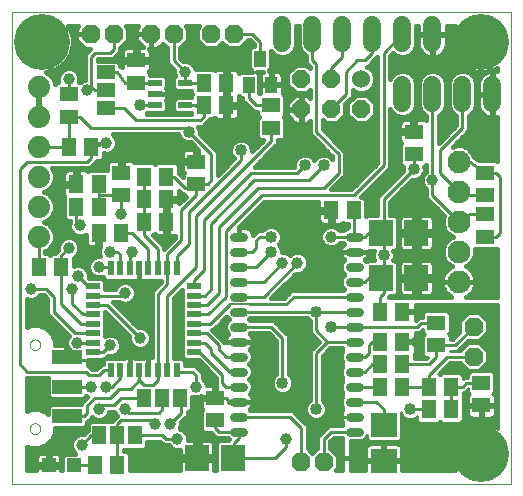
<source format=gtl>
G75*
%MOIN*%
%OFA0B0*%
%FSLAX24Y24*%
%IPPOS*%
%LPD*%
%AMOC8*
5,1,8,0,0,1.08239X$1,22.5*
%
%ADD10C,0.0000*%
%ADD11C,0.0300*%
%ADD12C,0.0760*%
%ADD13R,0.0630X0.0512*%
%ADD14R,0.0220X0.0500*%
%ADD15R,0.0500X0.0220*%
%ADD16C,0.0740*%
%ADD17R,0.0512X0.0630*%
%ADD18R,0.0512X0.0591*%
%ADD19R,0.0591X0.0512*%
%ADD20R,0.0472X0.0217*%
%ADD21R,0.0630X0.0460*%
%ADD22R,0.0787X0.0866*%
%ADD23R,0.0866X0.0787*%
%ADD24C,0.0600*%
%ADD25OC8,0.0600*%
%ADD26C,0.0600*%
%ADD27R,0.0394X0.0551*%
%ADD28OC8,0.0630*%
%ADD29R,0.0472X0.0472*%
%ADD30R,0.0984X0.0472*%
%ADD31R,0.0460X0.0630*%
%ADD32C,0.0160*%
%ADD33C,0.0400*%
%ADD34C,0.0100*%
%ADD35C,0.1870*%
%ADD36C,0.0396*%
%ADD37C,0.0080*%
D10*
X000851Y000675D02*
X000851Y016421D01*
X017471Y016421D01*
X017471Y000675D01*
X000851Y000675D01*
X001424Y002527D02*
X001426Y002553D01*
X001432Y002579D01*
X001442Y002604D01*
X001455Y002627D01*
X001471Y002647D01*
X001491Y002665D01*
X001513Y002680D01*
X001536Y002692D01*
X001562Y002700D01*
X001588Y002704D01*
X001614Y002704D01*
X001640Y002700D01*
X001666Y002692D01*
X001690Y002680D01*
X001711Y002665D01*
X001731Y002647D01*
X001747Y002627D01*
X001760Y002604D01*
X001770Y002579D01*
X001776Y002553D01*
X001778Y002527D01*
X001776Y002501D01*
X001770Y002475D01*
X001760Y002450D01*
X001747Y002427D01*
X001731Y002407D01*
X001711Y002389D01*
X001689Y002374D01*
X001666Y002362D01*
X001640Y002354D01*
X001614Y002350D01*
X001588Y002350D01*
X001562Y002354D01*
X001536Y002362D01*
X001512Y002374D01*
X001491Y002389D01*
X001471Y002407D01*
X001455Y002427D01*
X001442Y002450D01*
X001432Y002475D01*
X001426Y002501D01*
X001424Y002527D01*
X001424Y005323D02*
X001426Y005349D01*
X001432Y005375D01*
X001442Y005400D01*
X001455Y005423D01*
X001471Y005443D01*
X001491Y005461D01*
X001513Y005476D01*
X001536Y005488D01*
X001562Y005496D01*
X001588Y005500D01*
X001614Y005500D01*
X001640Y005496D01*
X001666Y005488D01*
X001690Y005476D01*
X001711Y005461D01*
X001731Y005443D01*
X001747Y005423D01*
X001760Y005400D01*
X001770Y005375D01*
X001776Y005349D01*
X001778Y005323D01*
X001776Y005297D01*
X001770Y005271D01*
X001760Y005246D01*
X001747Y005223D01*
X001731Y005203D01*
X001711Y005185D01*
X001689Y005170D01*
X001666Y005158D01*
X001640Y005150D01*
X001614Y005146D01*
X001588Y005146D01*
X001562Y005150D01*
X001536Y005158D01*
X001512Y005170D01*
X001491Y005185D01*
X001471Y005203D01*
X001455Y005223D01*
X001442Y005246D01*
X001432Y005271D01*
X001426Y005297D01*
X001424Y005323D01*
X001326Y015425D02*
X001328Y015470D01*
X001334Y015515D01*
X001343Y015559D01*
X001357Y015602D01*
X001374Y015644D01*
X001394Y015684D01*
X001418Y015723D01*
X001446Y015759D01*
X001476Y015792D01*
X001509Y015823D01*
X001544Y015851D01*
X001582Y015876D01*
X001622Y015897D01*
X001663Y015915D01*
X001706Y015930D01*
X001750Y015940D01*
X001795Y015947D01*
X001840Y015950D01*
X001885Y015949D01*
X001930Y015944D01*
X001974Y015935D01*
X002018Y015923D01*
X002060Y015907D01*
X002100Y015887D01*
X002139Y015864D01*
X002176Y015837D01*
X002210Y015808D01*
X002242Y015776D01*
X002270Y015741D01*
X002296Y015704D01*
X002318Y015664D01*
X002337Y015623D01*
X002352Y015581D01*
X002364Y015537D01*
X002372Y015493D01*
X002376Y015448D01*
X002376Y015402D01*
X002372Y015357D01*
X002364Y015313D01*
X002352Y015269D01*
X002337Y015227D01*
X002318Y015186D01*
X002296Y015146D01*
X002270Y015109D01*
X002242Y015074D01*
X002210Y015042D01*
X002176Y015013D01*
X002139Y014986D01*
X002100Y014963D01*
X002060Y014943D01*
X002018Y014927D01*
X001974Y014915D01*
X001930Y014906D01*
X001885Y014901D01*
X001840Y014900D01*
X001795Y014903D01*
X001750Y014910D01*
X001706Y014920D01*
X001663Y014935D01*
X001622Y014953D01*
X001582Y014974D01*
X001544Y014999D01*
X001509Y015027D01*
X001476Y015058D01*
X001446Y015091D01*
X001418Y015127D01*
X001394Y015166D01*
X001374Y015206D01*
X001357Y015248D01*
X001343Y015291D01*
X001334Y015335D01*
X001328Y015380D01*
X001326Y015425D01*
X015951Y015425D02*
X015953Y015470D01*
X015959Y015515D01*
X015968Y015559D01*
X015982Y015602D01*
X015999Y015644D01*
X016019Y015684D01*
X016043Y015723D01*
X016071Y015759D01*
X016101Y015792D01*
X016134Y015823D01*
X016169Y015851D01*
X016207Y015876D01*
X016247Y015897D01*
X016288Y015915D01*
X016331Y015930D01*
X016375Y015940D01*
X016420Y015947D01*
X016465Y015950D01*
X016510Y015949D01*
X016555Y015944D01*
X016599Y015935D01*
X016643Y015923D01*
X016685Y015907D01*
X016725Y015887D01*
X016764Y015864D01*
X016801Y015837D01*
X016835Y015808D01*
X016867Y015776D01*
X016895Y015741D01*
X016921Y015704D01*
X016943Y015664D01*
X016962Y015623D01*
X016977Y015581D01*
X016989Y015537D01*
X016997Y015493D01*
X017001Y015448D01*
X017001Y015402D01*
X016997Y015357D01*
X016989Y015313D01*
X016977Y015269D01*
X016962Y015227D01*
X016943Y015186D01*
X016921Y015146D01*
X016895Y015109D01*
X016867Y015074D01*
X016835Y015042D01*
X016801Y015013D01*
X016764Y014986D01*
X016725Y014963D01*
X016685Y014943D01*
X016643Y014927D01*
X016599Y014915D01*
X016555Y014906D01*
X016510Y014901D01*
X016465Y014900D01*
X016420Y014903D01*
X016375Y014910D01*
X016331Y014920D01*
X016288Y014935D01*
X016247Y014953D01*
X016207Y014974D01*
X016169Y014999D01*
X016134Y015027D01*
X016101Y015058D01*
X016071Y015091D01*
X016043Y015127D01*
X016019Y015166D01*
X015999Y015206D01*
X015982Y015248D01*
X015968Y015291D01*
X015959Y015335D01*
X015953Y015380D01*
X015951Y015425D01*
X015951Y001675D02*
X015953Y001720D01*
X015959Y001765D01*
X015968Y001809D01*
X015982Y001852D01*
X015999Y001894D01*
X016019Y001934D01*
X016043Y001973D01*
X016071Y002009D01*
X016101Y002042D01*
X016134Y002073D01*
X016169Y002101D01*
X016207Y002126D01*
X016247Y002147D01*
X016288Y002165D01*
X016331Y002180D01*
X016375Y002190D01*
X016420Y002197D01*
X016465Y002200D01*
X016510Y002199D01*
X016555Y002194D01*
X016599Y002185D01*
X016643Y002173D01*
X016685Y002157D01*
X016725Y002137D01*
X016764Y002114D01*
X016801Y002087D01*
X016835Y002058D01*
X016867Y002026D01*
X016895Y001991D01*
X016921Y001954D01*
X016943Y001914D01*
X016962Y001873D01*
X016977Y001831D01*
X016989Y001787D01*
X016997Y001743D01*
X017001Y001698D01*
X017001Y001652D01*
X016997Y001607D01*
X016989Y001563D01*
X016977Y001519D01*
X016962Y001477D01*
X016943Y001436D01*
X016921Y001396D01*
X016895Y001359D01*
X016867Y001324D01*
X016835Y001292D01*
X016801Y001263D01*
X016764Y001236D01*
X016725Y001213D01*
X016685Y001193D01*
X016643Y001177D01*
X016599Y001165D01*
X016555Y001156D01*
X016510Y001151D01*
X016465Y001150D01*
X016420Y001153D01*
X016375Y001160D01*
X016331Y001170D01*
X016288Y001185D01*
X016247Y001203D01*
X016207Y001224D01*
X016169Y001249D01*
X016134Y001277D01*
X016101Y001308D01*
X016071Y001341D01*
X016043Y001377D01*
X016019Y001416D01*
X015999Y001456D01*
X015982Y001498D01*
X015968Y001541D01*
X015959Y001585D01*
X015953Y001630D01*
X015951Y001675D01*
D11*
X012401Y002425D02*
X012101Y002425D01*
X012101Y002925D02*
X012401Y002925D01*
X012401Y003425D02*
X012101Y003425D01*
X012101Y003925D02*
X012401Y003925D01*
X012401Y004425D02*
X012101Y004425D01*
X012101Y004925D02*
X012401Y004925D01*
X012401Y005425D02*
X012101Y005425D01*
X012101Y005925D02*
X012401Y005925D01*
X012401Y006425D02*
X012101Y006425D01*
X012101Y006925D02*
X012401Y006925D01*
X012401Y007425D02*
X012101Y007425D01*
X012101Y007925D02*
X012401Y007925D01*
X012401Y008425D02*
X012101Y008425D01*
X012101Y008925D02*
X012401Y008925D01*
X008551Y008925D02*
X008251Y008925D01*
X008251Y008425D02*
X008551Y008425D01*
X008551Y007925D02*
X008251Y007925D01*
X008251Y007425D02*
X008551Y007425D01*
X008551Y006925D02*
X008251Y006925D01*
X008251Y006425D02*
X008551Y006425D01*
X008551Y005925D02*
X008251Y005925D01*
X008251Y005425D02*
X008551Y005425D01*
X008551Y004925D02*
X008251Y004925D01*
X008251Y004425D02*
X008551Y004425D01*
X008551Y003925D02*
X008251Y003925D01*
X008251Y003425D02*
X008551Y003425D01*
X008551Y002925D02*
X008251Y002925D01*
X008251Y002425D02*
X008551Y002425D01*
D12*
X015726Y007425D03*
X015726Y008425D03*
X015726Y009425D03*
X015726Y010425D03*
X015726Y011425D03*
D13*
X016601Y011049D03*
X016601Y010301D03*
X016601Y009674D03*
X016601Y008926D03*
X014976Y006049D03*
X014976Y005301D03*
X009476Y012551D03*
X009476Y013299D03*
X002726Y012926D03*
X002726Y013674D03*
D14*
X004124Y007865D03*
X004439Y007865D03*
X004754Y007865D03*
X005069Y007865D03*
X005384Y007865D03*
X005699Y007865D03*
X006014Y007865D03*
X006329Y007865D03*
X006329Y004485D03*
X006014Y004485D03*
X005699Y004485D03*
X005384Y004485D03*
X005069Y004485D03*
X004754Y004485D03*
X004439Y004485D03*
X004124Y004485D03*
D15*
X003536Y005073D03*
X003536Y005388D03*
X003536Y005703D03*
X003536Y006018D03*
X003536Y006332D03*
X003536Y006647D03*
X003536Y006962D03*
X003536Y007277D03*
X006916Y007277D03*
X006916Y006962D03*
X006916Y006647D03*
X006916Y006332D03*
X006916Y006018D03*
X006916Y005703D03*
X006916Y005388D03*
X006916Y005073D03*
D16*
X001726Y008925D03*
X001726Y009925D03*
X001726Y010925D03*
X001726Y011925D03*
X001726Y012925D03*
X001726Y013925D03*
D17*
X002727Y011925D03*
X003475Y011925D03*
X003725Y010675D03*
X002977Y010675D03*
X002977Y009925D03*
X003725Y009925D03*
X005227Y010175D03*
X005227Y010925D03*
X005975Y010925D03*
X005975Y010175D03*
X013102Y005425D03*
X013850Y005425D03*
X014727Y003925D03*
X015475Y003925D03*
X015475Y003175D03*
X014727Y003175D03*
X004350Y001300D03*
X003602Y001300D03*
D18*
X002475Y007925D03*
X001727Y007925D03*
X003727Y009050D03*
X004475Y009050D03*
X005227Y009425D03*
X005975Y009425D03*
X007227Y013300D03*
X007975Y013300D03*
X007975Y014050D03*
X007227Y014050D03*
X011477Y009800D03*
X012225Y009800D03*
X013102Y006425D03*
X013850Y006425D03*
X013850Y004675D03*
X013102Y004675D03*
X013102Y003925D03*
X013850Y003925D03*
D19*
X016476Y004049D03*
X016476Y003301D03*
X014226Y011676D03*
X014226Y012424D03*
X006976Y011424D03*
X006976Y010676D03*
X004476Y011049D03*
X004476Y010301D03*
X004976Y014051D03*
X004976Y014799D03*
X007601Y003549D03*
X007601Y002801D03*
D20*
X006613Y013301D03*
X006613Y014049D03*
X005590Y014049D03*
X005590Y013675D03*
X005590Y013301D03*
D21*
X003976Y013200D03*
X003976Y013800D03*
X003976Y014400D03*
D22*
X013136Y009050D03*
X014317Y009050D03*
X014317Y007550D03*
X013136Y007550D03*
X008192Y001550D03*
X007011Y001550D03*
D23*
X013226Y001459D03*
X013226Y002641D03*
D24*
X012476Y014175D03*
D25*
X011476Y014175D03*
X010476Y014175D03*
X010476Y013175D03*
X011476Y013175D03*
X012476Y013175D03*
D26*
X013851Y013375D02*
X013851Y013975D01*
X014851Y013975D02*
X014851Y013375D01*
X015851Y013375D02*
X015851Y013975D01*
X016851Y013975D02*
X016851Y013375D01*
X014851Y015375D02*
X014851Y015975D01*
X013851Y015975D02*
X013851Y015375D01*
X012851Y015375D02*
X012851Y015975D01*
X011851Y015975D02*
X011851Y015375D01*
X010851Y015375D02*
X010851Y015975D01*
X009851Y015975D02*
X009851Y015375D01*
D27*
X009101Y014858D03*
X008727Y013992D03*
X009475Y013992D03*
D28*
X008226Y015675D03*
X007476Y015675D03*
X006226Y015675D03*
X005476Y015675D03*
X004226Y015675D03*
X003476Y015675D03*
X016226Y005925D03*
X016226Y004925D03*
X011226Y001425D03*
X010476Y001425D03*
D29*
X002890Y001300D03*
X002063Y001300D03*
D30*
X002684Y002941D03*
X002684Y003925D03*
X002684Y004909D03*
D31*
X005251Y003550D03*
X005851Y003550D03*
X006451Y003550D03*
X004951Y002300D03*
X004351Y002300D03*
X003751Y002300D03*
D32*
X003361Y002482D02*
X003361Y002681D01*
X003455Y002775D01*
X004048Y002775D01*
X004051Y002771D01*
X004055Y002775D01*
X004154Y002775D01*
X004325Y002945D01*
X004298Y002972D01*
X004249Y003090D01*
X004079Y003090D01*
X004030Y002972D01*
X003929Y002871D01*
X003798Y002817D01*
X003655Y002817D01*
X003524Y002871D01*
X003497Y002898D01*
X003452Y002854D01*
X003336Y002738D01*
X003336Y002638D01*
X003242Y002545D01*
X002259Y002545D01*
X002259Y002397D01*
X002158Y002155D01*
X001974Y001970D01*
X001732Y001870D01*
X001471Y001870D01*
X001331Y001928D01*
X001331Y001155D01*
X001647Y001155D01*
X001647Y001262D01*
X002025Y001262D01*
X002025Y001338D01*
X001647Y001338D01*
X001647Y001560D01*
X001659Y001606D01*
X001683Y001647D01*
X001716Y001680D01*
X001757Y001704D01*
X001803Y001716D01*
X002025Y001716D01*
X002025Y001338D01*
X002101Y001338D01*
X002101Y001716D01*
X002323Y001716D01*
X002369Y001704D01*
X002410Y001680D01*
X002443Y001647D01*
X002467Y001606D01*
X002479Y001560D01*
X002479Y001338D01*
X002101Y001338D01*
X002101Y001262D01*
X002479Y001262D01*
X002479Y001155D01*
X002494Y001155D01*
X002494Y001602D01*
X002587Y001696D01*
X002949Y001696D01*
X002860Y001785D01*
X002806Y001916D01*
X002806Y002059D01*
X002860Y002190D01*
X002961Y002291D01*
X003093Y002346D01*
X003225Y002346D01*
X003361Y002482D01*
X003298Y002419D02*
X002259Y002419D01*
X002202Y002260D02*
X002930Y002260D01*
X002823Y002102D02*
X002105Y002102D01*
X001908Y001943D02*
X002806Y001943D01*
X002860Y001785D02*
X001331Y001785D01*
X001331Y001626D02*
X001671Y001626D01*
X001647Y001468D02*
X001331Y001468D01*
X001331Y001309D02*
X002025Y001309D01*
X002101Y001309D02*
X002494Y001309D01*
X002479Y001468D02*
X002494Y001468D01*
X002517Y001626D02*
X002455Y001626D01*
X002101Y001626D02*
X002025Y001626D01*
X002025Y001468D02*
X002101Y001468D01*
X003275Y002577D02*
X003361Y002577D01*
X003336Y002736D02*
X003416Y002736D01*
X003492Y002894D02*
X003501Y002894D01*
X003952Y002894D02*
X004273Y002894D01*
X004265Y003053D02*
X004063Y003053D01*
X003346Y003591D02*
X003264Y003510D01*
X003141Y003387D01*
X003141Y003337D01*
X002126Y003337D01*
X002032Y003243D01*
X002032Y003026D01*
X001974Y003084D01*
X001732Y003185D01*
X001471Y003185D01*
X001331Y003127D01*
X001331Y004215D01*
X002032Y004215D01*
X002032Y003623D01*
X002126Y003529D01*
X003242Y003529D01*
X003317Y003603D01*
X003346Y003591D01*
X003282Y003528D02*
X001331Y003528D01*
X001331Y003370D02*
X003141Y003370D01*
X002032Y003211D02*
X001331Y003211D01*
X001331Y003687D02*
X002032Y003687D01*
X002032Y003845D02*
X001331Y003845D01*
X001331Y004004D02*
X002032Y004004D01*
X002032Y004162D02*
X001331Y004162D01*
X002006Y003053D02*
X002032Y003053D01*
X003503Y004507D02*
X003376Y004635D01*
X003352Y004635D01*
X003356Y004649D01*
X003356Y004803D01*
X003853Y004803D01*
X003913Y004863D01*
X003915Y004863D01*
X003854Y004801D01*
X003854Y004697D01*
X003827Y004697D01*
X003637Y004507D01*
X003503Y004507D01*
X003353Y004638D02*
X003767Y004638D01*
X003854Y004796D02*
X003356Y004796D01*
X003993Y004895D02*
X004040Y004942D01*
X004173Y004942D01*
X004304Y004996D01*
X004405Y005097D01*
X004459Y005229D01*
X004459Y005371D01*
X004405Y005503D01*
X004304Y005604D01*
X004173Y005658D01*
X004030Y005658D01*
X003946Y005623D01*
X003946Y006408D01*
X004743Y005611D01*
X004743Y005479D01*
X004798Y005347D01*
X004899Y005246D01*
X005030Y005192D01*
X005173Y005192D01*
X005304Y005246D01*
X005405Y005347D01*
X005459Y005479D01*
X005459Y005621D01*
X005405Y005753D01*
X005304Y005854D01*
X005173Y005908D01*
X005040Y005908D01*
X004196Y006752D01*
X004393Y006752D01*
X004399Y006746D01*
X004530Y006692D01*
X004673Y006692D01*
X004804Y006746D01*
X004905Y006847D01*
X004959Y006979D01*
X004959Y007121D01*
X004905Y007253D01*
X004804Y007354D01*
X004673Y007408D01*
X004530Y007408D01*
X004399Y007354D01*
X004298Y007253D01*
X004264Y007172D01*
X003946Y007172D01*
X003946Y007454D01*
X003853Y007547D01*
X003401Y007547D01*
X003397Y007551D01*
X003397Y007684D01*
X003342Y007815D01*
X003242Y007916D01*
X003110Y007971D01*
X002968Y007971D01*
X002891Y007939D01*
X002891Y008231D01*
X002929Y008246D01*
X003030Y008347D01*
X003084Y008479D01*
X003084Y008621D01*
X003030Y008753D01*
X002929Y008854D01*
X002798Y008908D01*
X002655Y008908D01*
X002524Y008854D01*
X002423Y008753D01*
X002368Y008621D01*
X002368Y008489D01*
X002266Y008387D01*
X002266Y008380D01*
X002153Y008380D01*
X002101Y008328D01*
X002050Y008380D01*
X001936Y008380D01*
X001936Y008438D01*
X002027Y008476D01*
X002176Y008625D01*
X002256Y008820D01*
X002256Y009030D01*
X002176Y009225D01*
X002027Y009374D01*
X001904Y009425D01*
X002027Y009476D01*
X002176Y009625D01*
X002256Y009820D01*
X002256Y010030D01*
X002176Y010225D01*
X002027Y010374D01*
X001904Y010425D01*
X002027Y010476D01*
X002176Y010625D01*
X002256Y010820D01*
X002256Y011030D01*
X002180Y011215D01*
X003438Y011215D01*
X003561Y011338D01*
X003673Y011450D01*
X003798Y011450D01*
X003891Y011544D01*
X003891Y011698D01*
X003905Y011692D01*
X004048Y011692D01*
X004179Y011746D01*
X004280Y011847D01*
X004334Y011979D01*
X004334Y012121D01*
X004280Y012253D01*
X004193Y012340D01*
X006372Y012340D01*
X006421Y012221D01*
X006522Y012120D01*
X006655Y012065D01*
X006789Y012065D01*
X007024Y011830D01*
X007024Y011472D01*
X006928Y011472D01*
X006928Y011376D01*
X006501Y011376D01*
X006501Y011144D01*
X006513Y011099D01*
X006537Y011058D01*
X006559Y011036D01*
X006521Y010998D01*
X006521Y010927D01*
X006391Y011057D01*
X006391Y011306D01*
X006298Y011400D01*
X005653Y011400D01*
X005601Y011348D01*
X005550Y011400D01*
X004925Y011400D01*
X004916Y011415D01*
X004882Y011449D01*
X004841Y011473D01*
X004795Y011485D01*
X004524Y011485D01*
X004524Y011097D01*
X004428Y011097D01*
X004428Y011485D01*
X004157Y011485D01*
X004112Y011473D01*
X004071Y011449D01*
X004037Y011415D01*
X004013Y011374D01*
X004001Y011329D01*
X004001Y011150D01*
X003403Y011150D01*
X003366Y011112D01*
X003344Y011134D01*
X003303Y011158D01*
X003257Y011170D01*
X003025Y011170D01*
X003025Y010723D01*
X002929Y010723D01*
X002929Y010627D01*
X002541Y010627D01*
X002541Y010336D01*
X002554Y010291D01*
X002561Y010277D01*
X002561Y009544D01*
X002655Y009450D01*
X002767Y009450D01*
X002767Y009429D01*
X002743Y009371D01*
X002743Y009229D01*
X002798Y009097D01*
X002899Y008996D01*
X003030Y008942D01*
X003173Y008942D01*
X003291Y008991D01*
X003291Y008731D01*
X003304Y008685D01*
X003327Y008644D01*
X003361Y008611D01*
X003402Y008587D01*
X003448Y008575D01*
X003679Y008575D01*
X003679Y009002D01*
X003775Y009002D01*
X003775Y008575D01*
X003776Y008575D01*
X003743Y008496D01*
X003743Y008354D01*
X003773Y008283D01*
X003655Y008283D01*
X002966Y008283D01*
X002891Y008125D02*
X003421Y008125D01*
X003423Y008128D02*
X003368Y007996D01*
X003368Y007854D01*
X003423Y007722D01*
X003524Y007621D01*
X003655Y007567D01*
X003798Y007567D01*
X003854Y007590D01*
X003854Y007549D01*
X003948Y007455D01*
X004876Y007455D01*
X004889Y007447D01*
X004935Y007435D01*
X005069Y007435D01*
X005203Y007435D01*
X005248Y007447D01*
X005262Y007455D01*
X005804Y007455D01*
X005804Y007424D01*
X005489Y007109D01*
X005489Y006935D01*
X005489Y004915D01*
X005384Y004915D01*
X005384Y004485D01*
X005384Y004485D01*
X005384Y004915D01*
X005250Y004915D01*
X005204Y004903D01*
X005191Y004895D01*
X004947Y004895D01*
X004933Y004903D01*
X004888Y004915D01*
X004754Y004915D01*
X004754Y004485D01*
X004754Y004485D01*
X004754Y004915D01*
X004620Y004915D01*
X004574Y004903D01*
X004561Y004895D01*
X003993Y004895D01*
X004203Y004955D02*
X005489Y004955D01*
X005489Y005113D02*
X004412Y005113D01*
X004459Y005272D02*
X004873Y005272D01*
X004763Y005430D02*
X004435Y005430D01*
X004319Y005589D02*
X004743Y005589D01*
X004607Y005747D02*
X003946Y005747D01*
X003946Y005906D02*
X004449Y005906D01*
X004290Y006064D02*
X003946Y006064D01*
X003946Y006223D02*
X004132Y006223D01*
X003973Y006381D02*
X003946Y006381D01*
X004250Y006698D02*
X004515Y006698D01*
X004687Y006698D02*
X005489Y006698D01*
X005489Y006540D02*
X004409Y006540D01*
X004567Y006381D02*
X005489Y006381D01*
X005489Y006223D02*
X004726Y006223D01*
X004884Y006064D02*
X005489Y006064D01*
X005489Y005906D02*
X005179Y005906D01*
X005407Y005747D02*
X005489Y005747D01*
X005489Y005589D02*
X005459Y005589D01*
X005439Y005430D02*
X005489Y005430D01*
X005489Y005272D02*
X005329Y005272D01*
X005384Y004796D02*
X005384Y004796D01*
X005384Y004638D02*
X005384Y004638D01*
X004754Y004638D02*
X004754Y004638D01*
X004754Y004796D02*
X004754Y004796D01*
X006224Y004895D02*
X006224Y006875D01*
X006506Y007158D01*
X006506Y004896D01*
X006600Y004803D01*
X007052Y004803D01*
X007641Y004213D01*
X007641Y003963D01*
X007649Y003955D01*
X007649Y003597D01*
X007553Y003597D01*
X007553Y003501D01*
X007126Y003501D01*
X007126Y003269D01*
X007138Y003224D01*
X007162Y003183D01*
X007184Y003161D01*
X007146Y003123D01*
X007146Y002479D01*
X007240Y002385D01*
X007469Y002385D01*
X007516Y002338D01*
X007639Y002215D01*
X008023Y002215D01*
X008059Y002179D01*
X008022Y002143D01*
X007732Y002143D01*
X007638Y002049D01*
X007638Y001155D01*
X007585Y001155D01*
X007585Y001470D01*
X007091Y001470D01*
X007091Y001630D01*
X007585Y001630D01*
X007585Y002007D01*
X007572Y002053D01*
X007549Y002094D01*
X007515Y002127D01*
X007474Y002151D01*
X007428Y002163D01*
X007091Y002163D01*
X007091Y001630D01*
X006931Y001630D01*
X006931Y002163D01*
X006709Y002163D01*
X006709Y002246D01*
X006655Y002378D01*
X006554Y002479D01*
X006429Y002530D01*
X006459Y002604D01*
X006459Y002736D01*
X006686Y002963D01*
X006686Y003075D01*
X006748Y003075D01*
X006841Y003169D01*
X006841Y003593D01*
X006905Y003567D01*
X007048Y003567D01*
X007126Y003599D01*
X007126Y003597D01*
X007553Y003597D01*
X007553Y003985D01*
X007334Y003985D01*
X007334Y003996D01*
X007280Y004128D01*
X007186Y004221D01*
X007186Y004387D01*
X007063Y004510D01*
X006938Y004635D01*
X006599Y004635D01*
X006599Y004801D01*
X006505Y004895D01*
X006224Y004895D01*
X006224Y004955D02*
X006506Y004955D01*
X006506Y005113D02*
X006224Y005113D01*
X006224Y005272D02*
X006506Y005272D01*
X006506Y005430D02*
X006224Y005430D01*
X006224Y005589D02*
X006506Y005589D01*
X006506Y005747D02*
X006224Y005747D01*
X006224Y005906D02*
X006506Y005906D01*
X006506Y006064D02*
X006224Y006064D01*
X006224Y006223D02*
X006506Y006223D01*
X006506Y006381D02*
X006224Y006381D01*
X006224Y006540D02*
X006506Y006540D01*
X006506Y006698D02*
X006224Y006698D01*
X006224Y006857D02*
X006506Y006857D01*
X006506Y007015D02*
X006363Y007015D01*
X005711Y007332D02*
X004826Y007332D01*
X004938Y007174D02*
X005553Y007174D01*
X005489Y007015D02*
X004959Y007015D01*
X004909Y006857D02*
X005489Y006857D01*
X005069Y007435D02*
X005069Y007865D01*
X005069Y007865D01*
X005069Y007435D01*
X005069Y007491D02*
X005069Y007491D01*
X005069Y007649D02*
X005069Y007649D01*
X005069Y007808D02*
X005069Y007808D01*
X004377Y007332D02*
X003946Y007332D01*
X003946Y007174D02*
X004265Y007174D01*
X003912Y007491D02*
X003910Y007491D01*
X003496Y007649D02*
X003397Y007649D01*
X003387Y007808D02*
X003346Y007808D01*
X003368Y007966D02*
X003121Y007966D01*
X002957Y007966D02*
X002891Y007966D01*
X003069Y008442D02*
X003743Y008442D01*
X003775Y008600D02*
X003679Y008600D01*
X003679Y008759D02*
X003775Y008759D01*
X003775Y008917D02*
X003679Y008917D01*
X003291Y008917D02*
X002256Y008917D01*
X002238Y009076D02*
X002819Y009076D01*
X002743Y009234D02*
X002167Y009234D01*
X001983Y009393D02*
X002752Y009393D01*
X002561Y009551D02*
X002102Y009551D01*
X002211Y009710D02*
X002561Y009710D01*
X002561Y009868D02*
X002256Y009868D01*
X002256Y010027D02*
X002561Y010027D01*
X002561Y010185D02*
X002192Y010185D01*
X002057Y010344D02*
X002541Y010344D01*
X002541Y010502D02*
X002053Y010502D01*
X002190Y010661D02*
X002929Y010661D01*
X002929Y010723D02*
X002541Y010723D01*
X002541Y011014D01*
X002554Y011059D01*
X002577Y011100D01*
X002611Y011134D01*
X002652Y011158D01*
X002698Y011170D01*
X002929Y011170D01*
X002929Y010723D01*
X002929Y010819D02*
X003025Y010819D01*
X003025Y010978D02*
X002929Y010978D01*
X002929Y011136D02*
X003025Y011136D01*
X003340Y011136D02*
X003389Y011136D01*
X003518Y011295D02*
X004001Y011295D01*
X004078Y011453D02*
X003801Y011453D01*
X003891Y011612D02*
X006501Y011612D01*
X006501Y011704D02*
X006501Y011472D01*
X006928Y011472D01*
X006928Y011860D01*
X006657Y011860D01*
X006612Y011848D01*
X006571Y011824D01*
X006537Y011790D01*
X006513Y011749D01*
X006501Y011704D01*
X006525Y011770D02*
X004203Y011770D01*
X004314Y011929D02*
X006926Y011929D01*
X006928Y011770D02*
X007024Y011770D01*
X007024Y011612D02*
X006928Y011612D01*
X006928Y011453D02*
X004875Y011453D01*
X004524Y011453D02*
X004428Y011453D01*
X004428Y011295D02*
X004524Y011295D01*
X004524Y011136D02*
X004428Y011136D01*
X004334Y012087D02*
X006602Y012087D01*
X006411Y012246D02*
X004283Y012246D01*
X005320Y013010D02*
X005343Y013033D01*
X005892Y013033D01*
X005986Y013126D01*
X005986Y013476D01*
X005983Y013479D01*
X005994Y013497D01*
X006006Y013543D01*
X006006Y013675D01*
X006006Y013807D01*
X005994Y013853D01*
X005983Y013871D01*
X005986Y013874D01*
X005986Y014224D01*
X005892Y014317D01*
X005432Y014317D01*
X005432Y014373D01*
X005394Y014411D01*
X005416Y014433D01*
X005439Y014474D01*
X005452Y014519D01*
X005452Y014751D01*
X005024Y014751D01*
X005024Y014847D01*
X004928Y014847D01*
X004928Y014751D01*
X004501Y014751D01*
X004501Y014579D01*
X004478Y014614D01*
X004455Y014618D01*
X004451Y014622D01*
X004451Y014696D01*
X004358Y014790D01*
X003686Y014790D01*
X003686Y014838D01*
X003688Y014840D01*
X004188Y014840D01*
X004311Y014963D01*
X004436Y015088D01*
X004436Y015213D01*
X004701Y015478D01*
X004701Y015872D01*
X004632Y015941D01*
X005042Y015941D01*
X004981Y015880D01*
X004981Y015675D01*
X004981Y015470D01*
X005216Y015235D01*
X005024Y015235D01*
X005024Y014847D01*
X005452Y014847D01*
X005452Y015079D01*
X005439Y015124D01*
X005416Y015165D01*
X005401Y015180D01*
X005476Y015180D01*
X005476Y015675D01*
X004981Y015675D01*
X005476Y015675D01*
X005476Y015675D01*
X005476Y015675D01*
X005476Y015180D01*
X005681Y015180D01*
X005866Y015364D01*
X006016Y015213D01*
X006016Y014713D01*
X006139Y014590D01*
X006243Y014486D01*
X006243Y014354D01*
X006274Y014280D01*
X006217Y014224D01*
X006217Y013874D01*
X006311Y013781D01*
X006811Y013781D01*
X006811Y013688D01*
X006825Y013675D01*
X006811Y013662D01*
X006811Y013569D01*
X006311Y013569D01*
X006217Y013476D01*
X006217Y013126D01*
X006311Y013033D01*
X006811Y013033D01*
X006811Y013010D01*
X005320Y013010D01*
X005897Y013038D02*
X006305Y013038D01*
X006217Y013197D02*
X005986Y013197D01*
X005986Y013355D02*
X006217Y013355D01*
X006255Y013514D02*
X005998Y013514D01*
X006006Y013672D02*
X006822Y013672D01*
X006261Y013831D02*
X005999Y013831D01*
X006006Y013675D02*
X005590Y013675D01*
X005590Y013675D01*
X006006Y013675D01*
X005986Y013989D02*
X006217Y013989D01*
X006217Y014148D02*
X005986Y014148D01*
X005903Y014306D02*
X006263Y014306D01*
X006243Y014465D02*
X005434Y014465D01*
X005452Y014623D02*
X006106Y014623D01*
X006016Y014782D02*
X005024Y014782D01*
X004928Y014782D02*
X004366Y014782D01*
X004501Y014847D02*
X004501Y015079D01*
X004513Y015124D01*
X004537Y015165D01*
X004571Y015199D01*
X004612Y015223D01*
X004657Y015235D01*
X004928Y015235D01*
X004928Y014847D01*
X004501Y014847D01*
X004501Y014940D02*
X004288Y014940D01*
X004436Y015099D02*
X004506Y015099D01*
X004480Y015257D02*
X005194Y015257D01*
X005036Y015416D02*
X004639Y015416D01*
X004701Y015574D02*
X004981Y015574D01*
X004981Y015733D02*
X004701Y015733D01*
X004682Y015891D02*
X004992Y015891D01*
X005476Y015574D02*
X005476Y015574D01*
X005476Y015416D02*
X005476Y015416D01*
X005476Y015257D02*
X005476Y015257D01*
X005446Y015099D02*
X006016Y015099D01*
X006016Y014940D02*
X005452Y014940D01*
X005024Y014940D02*
X004928Y014940D01*
X004928Y015099D02*
X005024Y015099D01*
X004501Y014623D02*
X004451Y014623D01*
X003434Y015180D02*
X003389Y015135D01*
X003266Y015012D01*
X003266Y014152D01*
X003149Y014104D01*
X003121Y014076D01*
X003108Y014090D01*
X003079Y014090D01*
X003084Y014104D01*
X003084Y014246D01*
X003030Y014378D01*
X002929Y014479D01*
X002798Y014533D01*
X002655Y014533D01*
X002524Y014479D01*
X002423Y014378D01*
X002368Y014246D01*
X002368Y014104D01*
X002374Y014090D01*
X002345Y014090D01*
X002269Y014014D01*
X002263Y014054D01*
X002236Y014136D01*
X002197Y014213D01*
X002146Y014283D01*
X002085Y014345D01*
X002015Y014395D01*
X001966Y014420D01*
X001984Y014420D01*
X002239Y014488D01*
X002468Y014621D01*
X002656Y014808D01*
X002788Y015037D01*
X002856Y015293D01*
X002856Y015557D01*
X002788Y015813D01*
X002714Y015941D01*
X003042Y015941D01*
X002981Y015880D01*
X002981Y015675D01*
X002981Y015470D01*
X003271Y015180D01*
X003434Y015180D01*
X003353Y015099D02*
X002804Y015099D01*
X002847Y015257D02*
X003194Y015257D01*
X003036Y015416D02*
X002856Y015416D01*
X002852Y015574D02*
X002981Y015574D01*
X002981Y015675D02*
X003476Y015675D01*
X003476Y015675D01*
X002981Y015675D01*
X002981Y015733D02*
X002809Y015733D01*
X002743Y015891D02*
X002992Y015891D01*
X002732Y014940D02*
X003266Y014940D01*
X003266Y014782D02*
X002629Y014782D01*
X002471Y014623D02*
X003266Y014623D01*
X003266Y014465D02*
X002943Y014465D01*
X003060Y014306D02*
X003266Y014306D01*
X003255Y014148D02*
X003084Y014148D01*
X002509Y014465D02*
X002150Y014465D01*
X002123Y014306D02*
X002393Y014306D01*
X002368Y014148D02*
X002230Y014148D01*
X001746Y013905D02*
X001746Y013375D01*
X001746Y012945D01*
X001706Y012945D01*
X001706Y013905D01*
X001746Y013905D01*
X001746Y013831D02*
X001706Y013831D01*
X001706Y013672D02*
X001746Y013672D01*
X001746Y013514D02*
X001706Y013514D01*
X001706Y013355D02*
X001746Y013355D01*
X001746Y013197D02*
X001706Y013197D01*
X001706Y013038D02*
X001746Y013038D01*
X002213Y011136D02*
X002614Y011136D01*
X002541Y010978D02*
X002256Y010978D01*
X002256Y010819D02*
X002541Y010819D01*
X002428Y008759D02*
X002231Y008759D01*
X002151Y008600D02*
X002368Y008600D01*
X002321Y008442D02*
X001944Y008442D01*
X003024Y008759D02*
X003291Y008759D01*
X003379Y008600D02*
X003084Y008600D01*
X003524Y008229D02*
X003423Y008128D01*
X003524Y008229D02*
X003655Y008283D01*
X002016Y006838D02*
X002016Y006338D01*
X002139Y006215D01*
X002731Y005623D01*
X002704Y005597D01*
X002650Y005465D01*
X002650Y005323D01*
X002704Y005191D01*
X002722Y005173D01*
X002722Y004947D01*
X002646Y004947D01*
X002646Y005325D01*
X002259Y005325D01*
X002259Y005453D01*
X002158Y005695D01*
X001974Y005880D01*
X001732Y005980D01*
X001471Y005980D01*
X001331Y005922D01*
X001331Y006847D01*
X001405Y006817D01*
X001548Y006817D01*
X001679Y006871D01*
X001773Y006965D01*
X001889Y006965D01*
X002016Y006838D01*
X001998Y006857D02*
X001643Y006857D01*
X001331Y006698D02*
X002016Y006698D01*
X002016Y006540D02*
X001331Y006540D01*
X001331Y006381D02*
X002016Y006381D01*
X002132Y006223D02*
X001331Y006223D01*
X001331Y006064D02*
X002290Y006064D01*
X002449Y005906D02*
X001911Y005906D01*
X002106Y005747D02*
X002607Y005747D01*
X002701Y005589D02*
X002203Y005589D01*
X002259Y005430D02*
X002650Y005430D01*
X002646Y005272D02*
X002671Y005272D01*
X002646Y005113D02*
X002722Y005113D01*
X002722Y004955D02*
X002646Y004955D01*
X005341Y002090D02*
X005764Y002090D01*
X005889Y001965D01*
X006055Y001965D01*
X006149Y001871D01*
X006280Y001817D01*
X006423Y001817D01*
X006437Y001823D01*
X006437Y001630D01*
X006931Y001630D01*
X006931Y001470D01*
X006437Y001470D01*
X006437Y001155D01*
X004766Y001155D01*
X004766Y001681D01*
X004673Y001775D01*
X004561Y001775D01*
X004561Y001825D01*
X004648Y001825D01*
X004651Y001829D01*
X004655Y001825D01*
X005248Y001825D01*
X005341Y001919D01*
X005341Y002090D01*
X005341Y001943D02*
X006077Y001943D01*
X006437Y001785D02*
X004561Y001785D01*
X004766Y001626D02*
X006931Y001626D01*
X006931Y001785D02*
X007091Y001785D01*
X007091Y001943D02*
X006931Y001943D01*
X006931Y002102D02*
X007091Y002102D01*
X007206Y002419D02*
X006614Y002419D01*
X006704Y002260D02*
X007594Y002260D01*
X007541Y002102D02*
X007690Y002102D01*
X007638Y001943D02*
X007585Y001943D01*
X007585Y001785D02*
X007638Y001785D01*
X007638Y001626D02*
X007091Y001626D01*
X007585Y001468D02*
X007638Y001468D01*
X007638Y001309D02*
X007585Y001309D01*
X006437Y001309D02*
X004766Y001309D01*
X004766Y001468D02*
X006437Y001468D01*
X006448Y002577D02*
X007146Y002577D01*
X007146Y002736D02*
X006459Y002736D01*
X006617Y002894D02*
X007146Y002894D01*
X007146Y003053D02*
X006686Y003053D01*
X006841Y003211D02*
X007146Y003211D01*
X007126Y003370D02*
X006841Y003370D01*
X006841Y003528D02*
X007553Y003528D01*
X007553Y003687D02*
X007649Y003687D01*
X007649Y003845D02*
X007553Y003845D01*
X007641Y004004D02*
X007331Y004004D01*
X007246Y004162D02*
X007641Y004162D01*
X007534Y004321D02*
X007186Y004321D01*
X007094Y004479D02*
X007375Y004479D01*
X007217Y004638D02*
X006599Y004638D01*
X006599Y004796D02*
X007058Y004796D01*
X007813Y005510D02*
X007516Y005808D01*
X007531Y005808D01*
X007654Y005931D01*
X007984Y006261D01*
X007989Y006249D01*
X008063Y006175D01*
X007989Y006101D01*
X007941Y005987D01*
X007941Y005863D01*
X007989Y005749D01*
X008050Y005688D01*
X008041Y005681D01*
X007995Y005635D01*
X007959Y005581D01*
X007934Y005521D01*
X007921Y005458D01*
X007921Y005425D01*
X008401Y005425D01*
X007921Y005425D01*
X007921Y005402D01*
X007813Y005510D01*
X007735Y005589D02*
X007964Y005589D01*
X007991Y005747D02*
X007576Y005747D01*
X007629Y005906D02*
X007941Y005906D01*
X007973Y006064D02*
X007787Y006064D01*
X007654Y005931D02*
X007654Y005931D01*
X007946Y006223D02*
X008015Y006223D01*
X008740Y006175D02*
X008780Y006215D01*
X010677Y006215D01*
X010766Y006126D01*
X010766Y005713D01*
X010889Y005590D01*
X011054Y005425D01*
X010889Y005260D01*
X010766Y005137D01*
X010766Y003474D01*
X010671Y003379D01*
X010616Y003247D01*
X010616Y003103D01*
X010671Y002971D01*
X010772Y002870D01*
X010905Y002815D01*
X011048Y002815D01*
X011180Y002870D01*
X011282Y002971D01*
X011336Y003103D01*
X011336Y003247D01*
X011282Y003379D01*
X011186Y003474D01*
X011186Y004963D01*
X011438Y005215D01*
X011851Y005215D01*
X011851Y005113D01*
X011336Y005113D01*
X011186Y004955D02*
X011791Y004955D01*
X011791Y004987D02*
X011791Y004863D01*
X011839Y004749D01*
X011851Y004737D01*
X011851Y004613D01*
X011839Y004601D01*
X011791Y004487D01*
X011791Y004363D01*
X011839Y004249D01*
X011851Y004237D01*
X011851Y004113D01*
X011839Y004101D01*
X011791Y003987D01*
X011791Y003863D01*
X011839Y003749D01*
X011851Y003737D01*
X011851Y003613D01*
X011839Y003601D01*
X011791Y003487D01*
X011791Y003363D01*
X011839Y003249D01*
X011851Y003237D01*
X011851Y003142D01*
X011845Y003135D01*
X011809Y003081D01*
X011784Y003021D01*
X011771Y002958D01*
X011771Y002925D01*
X011851Y002925D01*
X011771Y002925D01*
X011771Y002892D01*
X011784Y002829D01*
X011809Y002769D01*
X011845Y002715D01*
X011851Y002708D01*
X011851Y002635D01*
X011389Y002635D01*
X011266Y002512D01*
X011139Y002385D01*
X011016Y002262D01*
X011016Y001887D01*
X010851Y001722D01*
X010686Y001887D01*
X010686Y002637D01*
X010563Y002760D01*
X010311Y003012D01*
X010188Y003135D01*
X008780Y003135D01*
X008752Y003162D01*
X008762Y003169D01*
X008808Y003215D01*
X008844Y003269D01*
X008869Y003329D01*
X008881Y003392D01*
X008881Y003425D01*
X008881Y003458D01*
X008869Y003521D01*
X008844Y003581D01*
X008808Y003635D01*
X008762Y003681D01*
X008752Y003688D01*
X008814Y003749D01*
X008861Y003863D01*
X008861Y003987D01*
X008814Y004101D01*
X008740Y004175D01*
X008814Y004249D01*
X008861Y004363D01*
X008861Y004487D01*
X008814Y004601D01*
X008740Y004675D01*
X008814Y004749D01*
X008861Y004863D01*
X008861Y004987D01*
X008814Y005101D01*
X008752Y005162D01*
X008762Y005169D01*
X008808Y005215D01*
X008844Y005269D01*
X008869Y005329D01*
X008881Y005392D01*
X008881Y005425D01*
X008881Y005458D01*
X008869Y005521D01*
X008844Y005581D01*
X008808Y005635D01*
X008762Y005681D01*
X008752Y005688D01*
X008780Y005715D01*
X009389Y005715D01*
X009641Y005463D01*
X009641Y004349D01*
X009546Y004254D01*
X009491Y004122D01*
X009491Y003978D01*
X009546Y003846D01*
X009647Y003745D01*
X009780Y003690D01*
X009923Y003690D01*
X010055Y003745D01*
X010157Y003846D01*
X010211Y003978D01*
X010211Y004122D01*
X010157Y004254D01*
X010061Y004349D01*
X010061Y005637D01*
X009938Y005760D01*
X009563Y006135D01*
X008780Y006135D01*
X008740Y006175D01*
X008839Y005589D02*
X009516Y005589D01*
X009641Y005430D02*
X008881Y005430D01*
X008881Y005425D02*
X008401Y005425D01*
X008401Y005425D01*
X008401Y005425D01*
X008881Y005425D01*
X008845Y005272D02*
X009641Y005272D01*
X009641Y005113D02*
X008802Y005113D01*
X008861Y004955D02*
X009641Y004955D01*
X009641Y004796D02*
X008833Y004796D01*
X008777Y004638D02*
X009641Y004638D01*
X009641Y004479D02*
X008861Y004479D01*
X008844Y004321D02*
X009613Y004321D01*
X009508Y004162D02*
X008753Y004162D01*
X008854Y004004D02*
X009491Y004004D01*
X009547Y003845D02*
X008854Y003845D01*
X008754Y003687D02*
X010766Y003687D01*
X010766Y003845D02*
X010155Y003845D01*
X010211Y004004D02*
X010766Y004004D01*
X010766Y004162D02*
X010195Y004162D01*
X010090Y004321D02*
X010766Y004321D01*
X010766Y004479D02*
X010061Y004479D01*
X010061Y004638D02*
X010766Y004638D01*
X010766Y004796D02*
X010061Y004796D01*
X010061Y004955D02*
X010766Y004955D01*
X010766Y005113D02*
X010061Y005113D01*
X010061Y005272D02*
X010901Y005272D01*
X010889Y005260D02*
X010889Y005260D01*
X011049Y005430D02*
X010061Y005430D01*
X010061Y005589D02*
X010891Y005589D01*
X010766Y005747D02*
X009951Y005747D01*
X009793Y005906D02*
X010766Y005906D01*
X010766Y006064D02*
X009634Y006064D01*
X009483Y006885D02*
X010290Y007692D01*
X010423Y007692D01*
X010554Y007746D01*
X010655Y007847D01*
X010709Y007979D01*
X010709Y008121D01*
X010655Y008253D01*
X010554Y008354D01*
X010423Y008408D01*
X010280Y008408D01*
X010149Y008354D01*
X010101Y008306D01*
X010054Y008354D01*
X009923Y008408D01*
X009836Y008408D01*
X009836Y008497D01*
X009782Y008629D01*
X009735Y008675D01*
X009782Y008721D01*
X009836Y008853D01*
X009836Y008997D01*
X009782Y009129D01*
X009680Y009230D01*
X009548Y009285D01*
X009405Y009285D01*
X009272Y009230D01*
X009177Y009135D01*
X009014Y009135D01*
X008891Y009012D01*
X008874Y008995D01*
X008869Y009021D01*
X008844Y009081D01*
X008808Y009135D01*
X008762Y009181D01*
X008708Y009217D01*
X008648Y009242D01*
X008584Y009255D01*
X008416Y009255D01*
X009251Y010090D01*
X011041Y010090D01*
X011041Y009848D01*
X011429Y009848D01*
X011429Y009752D01*
X011041Y009752D01*
X011041Y009481D01*
X011054Y009435D01*
X011077Y009394D01*
X011111Y009361D01*
X011152Y009337D01*
X011198Y009325D01*
X011429Y009325D01*
X011429Y009752D01*
X011525Y009752D01*
X011525Y009325D01*
X011757Y009325D01*
X011803Y009337D01*
X011844Y009361D01*
X011866Y009382D01*
X011903Y009345D01*
X012041Y009345D01*
X012041Y009235D01*
X012040Y009235D01*
X011926Y009188D01*
X011873Y009135D01*
X011773Y009135D01*
X011679Y009229D01*
X011548Y009283D01*
X011405Y009283D01*
X011274Y009229D01*
X011173Y009128D01*
X011118Y008996D01*
X011118Y008854D01*
X011173Y008722D01*
X011274Y008621D01*
X011405Y008567D01*
X011548Y008567D01*
X011679Y008621D01*
X011773Y008715D01*
X011873Y008715D01*
X011900Y008688D01*
X011891Y008681D01*
X011845Y008635D01*
X011809Y008581D01*
X011784Y008521D01*
X011771Y008458D01*
X011771Y008425D01*
X012251Y008425D01*
X011771Y008425D01*
X011771Y008392D01*
X011784Y008329D01*
X011809Y008269D01*
X011845Y008215D01*
X011891Y008169D01*
X011900Y008162D01*
X011839Y008101D01*
X011791Y007987D01*
X011791Y007863D01*
X011839Y007749D01*
X011913Y007675D01*
X011839Y007601D01*
X011791Y007487D01*
X011791Y007363D01*
X011839Y007249D01*
X011913Y007175D01*
X011873Y007135D01*
X010139Y007135D01*
X010016Y007012D01*
X009889Y006885D01*
X009483Y006885D01*
X009613Y007015D02*
X010019Y007015D01*
X009930Y007332D02*
X011804Y007332D01*
X011793Y007491D02*
X010089Y007491D01*
X010247Y007649D02*
X011887Y007649D01*
X011815Y007808D02*
X010615Y007808D01*
X010704Y007966D02*
X011791Y007966D01*
X011862Y008125D02*
X010708Y008125D01*
X010625Y008283D02*
X011803Y008283D01*
X011771Y008442D02*
X009836Y008442D01*
X009794Y008600D02*
X011325Y008600D01*
X011158Y008759D02*
X009797Y008759D01*
X009836Y008917D02*
X011118Y008917D01*
X011151Y009076D02*
X009804Y009076D01*
X009671Y009234D02*
X011287Y009234D01*
X011429Y009393D02*
X011525Y009393D01*
X011525Y009551D02*
X011429Y009551D01*
X011429Y009710D02*
X011525Y009710D01*
X011666Y009234D02*
X012037Y009234D01*
X011821Y008600D02*
X011628Y008600D01*
X012251Y008425D02*
X012251Y008425D01*
X012731Y008425D01*
X012731Y008457D01*
X012902Y008457D01*
X012866Y008372D01*
X012866Y008228D01*
X012902Y008143D01*
X012676Y008143D01*
X012649Y008116D01*
X012602Y008162D01*
X012612Y008169D01*
X012658Y008215D01*
X012694Y008269D01*
X012719Y008329D01*
X012731Y008392D01*
X012731Y008425D01*
X012251Y008425D01*
X012251Y008425D01*
X012700Y008283D02*
X012866Y008283D01*
X012895Y008442D02*
X012731Y008442D01*
X012657Y008125D02*
X012640Y008125D01*
X013551Y008143D02*
X013586Y008228D01*
X013586Y008372D01*
X013551Y008457D01*
X013596Y008457D01*
X013690Y008551D01*
X013690Y009549D01*
X013596Y009643D01*
X013436Y009643D01*
X013436Y010088D01*
X014163Y010815D01*
X014298Y010815D01*
X014430Y010870D01*
X014532Y010971D01*
X014586Y011103D01*
X014586Y011247D01*
X014581Y011260D01*
X014588Y011260D01*
X014641Y011314D01*
X014641Y011096D01*
X014548Y011003D01*
X014493Y010871D01*
X014493Y010729D01*
X014548Y010597D01*
X014641Y010504D01*
X014641Y010387D01*
X014641Y010213D01*
X015226Y009628D01*
X015186Y009532D01*
X015186Y009318D01*
X015269Y009119D01*
X015420Y008967D01*
X015522Y008925D01*
X015420Y008883D01*
X015269Y008731D01*
X015186Y008532D01*
X015186Y008318D01*
X015269Y008119D01*
X015420Y007967D01*
X015496Y007936D01*
X015433Y007904D01*
X015362Y007852D01*
X015299Y007790D01*
X015247Y007719D01*
X015207Y007640D01*
X015180Y007556D01*
X015166Y007469D01*
X015166Y007425D01*
X015166Y007381D01*
X015180Y007294D01*
X015207Y007210D01*
X015247Y007131D01*
X015299Y007060D01*
X015362Y006998D01*
X015433Y006946D01*
X015474Y006925D01*
X013398Y006925D01*
X013430Y006957D01*
X013596Y006957D01*
X013690Y007051D01*
X013690Y008049D01*
X013596Y008143D01*
X013551Y008143D01*
X013614Y008125D02*
X013810Y008125D01*
X013813Y008127D02*
X013779Y008094D01*
X013755Y008053D01*
X013743Y008007D01*
X013743Y007630D01*
X014237Y007630D01*
X014237Y008163D01*
X013900Y008163D01*
X013854Y008151D01*
X013813Y008127D01*
X013743Y007966D02*
X013690Y007966D01*
X013690Y007808D02*
X013743Y007808D01*
X013743Y007649D02*
X013690Y007649D01*
X013690Y007491D02*
X014237Y007491D01*
X014237Y007470D02*
X013743Y007470D01*
X013743Y007093D01*
X013755Y007047D01*
X013779Y007006D01*
X013813Y006973D01*
X013854Y006949D01*
X013900Y006937D01*
X014237Y006937D01*
X014237Y007470D01*
X014397Y007470D01*
X014397Y007630D01*
X014891Y007630D01*
X014891Y008007D01*
X014878Y008053D01*
X014855Y008094D01*
X014821Y008127D01*
X014780Y008151D01*
X014734Y008163D01*
X014397Y008163D01*
X014397Y007630D01*
X014237Y007630D01*
X014237Y007470D01*
X014237Y007332D02*
X014397Y007332D01*
X014397Y007470D02*
X014397Y006937D01*
X014734Y006937D01*
X014780Y006949D01*
X014821Y006973D01*
X014855Y007006D01*
X014878Y007047D01*
X014891Y007093D01*
X014891Y007470D01*
X014397Y007470D01*
X014397Y007491D02*
X015170Y007491D01*
X015166Y007425D02*
X015726Y007425D01*
X015166Y007425D01*
X015174Y007332D02*
X014891Y007332D01*
X014891Y007174D02*
X015226Y007174D01*
X015344Y007015D02*
X014860Y007015D01*
X014397Y007015D02*
X014237Y007015D01*
X014237Y007174D02*
X014397Y007174D01*
X014397Y007649D02*
X014237Y007649D01*
X014237Y007808D02*
X014397Y007808D01*
X014397Y007966D02*
X014237Y007966D01*
X014237Y008125D02*
X014397Y008125D01*
X014397Y008437D02*
X014734Y008437D01*
X014780Y008449D01*
X014821Y008473D01*
X014855Y008506D01*
X014878Y008547D01*
X014891Y008593D01*
X014891Y008970D01*
X014397Y008970D01*
X014397Y009130D01*
X014891Y009130D01*
X014891Y009507D01*
X014878Y009553D01*
X014855Y009594D01*
X014821Y009627D01*
X014780Y009651D01*
X014734Y009663D01*
X014397Y009663D01*
X014397Y009130D01*
X014237Y009130D01*
X014237Y009663D01*
X013900Y009663D01*
X013854Y009651D01*
X013813Y009627D01*
X013779Y009594D01*
X013755Y009553D01*
X013743Y009507D01*
X013743Y009130D01*
X014237Y009130D01*
X014237Y008970D01*
X014397Y008970D01*
X014397Y008437D01*
X014397Y008442D02*
X014237Y008442D01*
X014237Y008437D02*
X014237Y008970D01*
X013743Y008970D01*
X013743Y008593D01*
X013755Y008547D01*
X013779Y008506D01*
X013813Y008473D01*
X013854Y008449D01*
X013900Y008437D01*
X014237Y008437D01*
X014237Y008600D02*
X014397Y008600D01*
X014397Y008759D02*
X014237Y008759D01*
X014237Y008917D02*
X014397Y008917D01*
X014397Y009076D02*
X015312Y009076D01*
X015221Y009234D02*
X014891Y009234D01*
X014891Y009393D02*
X015186Y009393D01*
X015194Y009551D02*
X014879Y009551D01*
X015145Y009710D02*
X013436Y009710D01*
X013436Y009868D02*
X014986Y009868D01*
X014828Y010027D02*
X013436Y010027D01*
X013533Y010185D02*
X014669Y010185D01*
X014641Y010344D02*
X013692Y010344D01*
X013850Y010502D02*
X014641Y010502D01*
X014522Y010661D02*
X014009Y010661D01*
X014308Y010819D02*
X014493Y010819D01*
X014534Y010978D02*
X014537Y010978D01*
X014586Y011136D02*
X014641Y011136D01*
X014641Y011295D02*
X014622Y011295D01*
X013872Y011260D02*
X013866Y011247D01*
X013866Y011112D01*
X013139Y010385D01*
X013016Y010262D01*
X013016Y009643D01*
X012676Y009643D01*
X012641Y009609D01*
X012641Y010162D01*
X012548Y010255D01*
X012479Y010255D01*
X013313Y011090D01*
X013436Y011213D01*
X013436Y013175D01*
X013461Y013114D01*
X013591Y012985D01*
X013760Y012915D01*
X013943Y012915D01*
X014112Y012985D01*
X014241Y013114D01*
X014311Y013283D01*
X014311Y014066D01*
X014241Y014236D01*
X014112Y014365D01*
X013943Y014435D01*
X013760Y014435D01*
X013591Y014365D01*
X013461Y014236D01*
X013436Y014175D01*
X013436Y014963D01*
X013525Y015051D01*
X013591Y014985D01*
X013760Y014915D01*
X013943Y014915D01*
X014112Y014985D01*
X014241Y015114D01*
X014311Y015283D01*
X014311Y015941D01*
X014371Y015941D01*
X014371Y015695D01*
X014831Y015695D01*
X014831Y015655D01*
X014371Y015655D01*
X014371Y015337D01*
X014383Y015263D01*
X014407Y015191D01*
X014441Y015123D01*
X014485Y015062D01*
X014539Y015009D01*
X014600Y014964D01*
X014667Y014930D01*
X014739Y014907D01*
X014814Y014895D01*
X014831Y014895D01*
X014831Y015655D01*
X014871Y015655D01*
X014871Y014895D01*
X014889Y014895D01*
X014964Y014907D01*
X015036Y014930D01*
X015103Y014964D01*
X015164Y015009D01*
X015218Y015062D01*
X015262Y015123D01*
X015296Y015191D01*
X015320Y015263D01*
X015331Y015337D01*
X015331Y015655D01*
X014871Y015655D01*
X014871Y015695D01*
X015331Y015695D01*
X015331Y015941D01*
X015614Y015941D01*
X015540Y015813D01*
X015471Y015557D01*
X015471Y015293D01*
X015540Y015037D01*
X015672Y014808D01*
X015859Y014621D01*
X016088Y014488D01*
X016344Y014420D01*
X016609Y014420D01*
X016864Y014488D01*
X016991Y014562D01*
X016991Y014434D01*
X016964Y014443D01*
X016889Y014455D01*
X016871Y014455D01*
X016871Y013695D01*
X016831Y013695D01*
X016831Y013655D01*
X016371Y013655D01*
X016371Y013337D01*
X016383Y013263D01*
X016407Y013191D01*
X016441Y013123D01*
X016485Y013062D01*
X016539Y013009D01*
X016600Y012964D01*
X016667Y012930D01*
X016739Y012907D01*
X016814Y012895D01*
X016831Y012895D01*
X016831Y013655D01*
X016871Y013655D01*
X016871Y012895D01*
X016889Y012895D01*
X016964Y012907D01*
X016991Y012916D01*
X016991Y011456D01*
X016983Y011465D01*
X016397Y011465D01*
X016248Y011577D01*
X016184Y011731D01*
X016032Y011883D01*
X015834Y011965D01*
X015619Y011965D01*
X015524Y011926D01*
X016061Y012463D01*
X016061Y012964D01*
X016112Y012985D01*
X016241Y013114D01*
X016311Y013283D01*
X016311Y014066D01*
X016241Y014236D01*
X016112Y014365D01*
X015943Y014435D01*
X015760Y014435D01*
X015591Y014365D01*
X015461Y014236D01*
X015391Y014066D01*
X015391Y013283D01*
X015461Y013114D01*
X015591Y012985D01*
X015641Y012964D01*
X015641Y012637D01*
X015061Y012057D01*
X015061Y012964D01*
X015112Y012985D01*
X015241Y013114D01*
X015311Y013283D01*
X015311Y014066D01*
X015241Y014236D01*
X015112Y014365D01*
X014943Y014435D01*
X014760Y014435D01*
X014591Y014365D01*
X014461Y014236D01*
X014391Y014066D01*
X014391Y013283D01*
X014461Y013114D01*
X014591Y012985D01*
X014641Y012964D01*
X014641Y012815D01*
X014632Y012824D01*
X014591Y012848D01*
X014545Y012860D01*
X014274Y012860D01*
X014274Y012472D01*
X014178Y012472D01*
X014178Y012376D01*
X013751Y012376D01*
X013751Y012144D01*
X013763Y012099D01*
X013787Y012058D01*
X013809Y012036D01*
X013771Y011998D01*
X013771Y011354D01*
X013865Y011260D01*
X013872Y011260D01*
X013830Y011295D02*
X013436Y011295D01*
X013436Y011453D02*
X013771Y011453D01*
X013771Y011612D02*
X013436Y011612D01*
X013436Y011770D02*
X013771Y011770D01*
X013771Y011929D02*
X013436Y011929D01*
X013436Y012087D02*
X013770Y012087D01*
X013751Y012246D02*
X013436Y012246D01*
X013436Y012404D02*
X014178Y012404D01*
X014178Y012472D02*
X013751Y012472D01*
X013751Y012704D01*
X013763Y012749D01*
X013787Y012790D01*
X013821Y012824D01*
X013862Y012848D01*
X013907Y012860D01*
X014178Y012860D01*
X014178Y012472D01*
X014178Y012563D02*
X014274Y012563D01*
X014274Y012721D02*
X014178Y012721D01*
X014165Y013038D02*
X014538Y013038D01*
X014641Y012880D02*
X013436Y012880D01*
X013436Y013038D02*
X013538Y013038D01*
X013436Y012721D02*
X013756Y012721D01*
X013751Y012563D02*
X013436Y012563D01*
X013016Y012563D02*
X011186Y012563D01*
X011186Y012512D02*
X011186Y012814D01*
X011286Y012715D01*
X011667Y012715D01*
X011936Y012984D01*
X011936Y013338D01*
X012063Y013465D01*
X012186Y013588D01*
X012186Y013814D01*
X012216Y013785D01*
X012385Y013715D01*
X012568Y013715D01*
X012737Y013785D01*
X012866Y013914D01*
X012936Y014083D01*
X012936Y014266D01*
X012866Y014436D01*
X012737Y014565D01*
X012677Y014590D01*
X012688Y014590D01*
X012938Y014840D01*
X013016Y014918D01*
X013016Y011387D01*
X012139Y010510D01*
X011483Y010510D01*
X011813Y010840D01*
X011936Y010963D01*
X011936Y011762D01*
X011186Y012512D01*
X011294Y012404D02*
X013016Y012404D01*
X013016Y012246D02*
X011453Y012246D01*
X011611Y012087D02*
X013016Y012087D01*
X013016Y011929D02*
X011770Y011929D01*
X011928Y011770D02*
X013016Y011770D01*
X013016Y011612D02*
X011936Y011612D01*
X011936Y011453D02*
X013016Y011453D01*
X012924Y011295D02*
X011936Y011295D01*
X011936Y011136D02*
X012765Y011136D01*
X012607Y010978D02*
X011936Y010978D01*
X011792Y010819D02*
X012448Y010819D01*
X012290Y010661D02*
X011634Y010661D01*
X011041Y010027D02*
X009187Y010027D01*
X009029Y009868D02*
X011041Y009868D01*
X011041Y009710D02*
X008870Y009710D01*
X008712Y009551D02*
X011041Y009551D01*
X011079Y009393D02*
X008553Y009393D01*
X008668Y009234D02*
X009282Y009234D01*
X008955Y009076D02*
X008846Y009076D01*
X008401Y009076D02*
X008401Y009076D01*
X008401Y008925D02*
X008401Y009241D01*
X008401Y009241D01*
X008401Y008925D01*
X008401Y008925D01*
X008401Y009234D02*
X008401Y009234D01*
X006639Y010260D02*
X006411Y010032D01*
X006411Y010127D01*
X006023Y010127D01*
X006023Y009900D01*
X006023Y009473D01*
X005927Y009473D01*
X005927Y010127D01*
X006023Y010127D01*
X006023Y010223D01*
X006411Y010223D01*
X006411Y010443D01*
X006514Y010340D01*
X006535Y010340D01*
X006615Y010260D01*
X006639Y010260D01*
X006564Y010185D02*
X006023Y010185D01*
X006023Y010027D02*
X005927Y010027D01*
X005927Y009868D02*
X006023Y009868D01*
X006023Y009710D02*
X005927Y009710D01*
X005927Y009551D02*
X006023Y009551D01*
X006023Y009377D02*
X006023Y008950D01*
X006255Y008950D01*
X006266Y008953D01*
X006266Y008887D01*
X005909Y008529D01*
X005909Y008609D01*
X005549Y008970D01*
X005550Y008970D01*
X005587Y009007D01*
X005609Y008986D01*
X005650Y008962D01*
X005696Y008950D01*
X005927Y008950D01*
X005927Y009377D01*
X006023Y009377D01*
X006023Y009234D02*
X005927Y009234D01*
X005927Y009076D02*
X006023Y009076D01*
X006266Y008917D02*
X005601Y008917D01*
X005760Y008759D02*
X006138Y008759D01*
X005979Y008600D02*
X005909Y008600D01*
X006411Y010344D02*
X006511Y010344D01*
X006521Y010978D02*
X006471Y010978D01*
X006503Y011136D02*
X006391Y011136D01*
X006391Y011295D02*
X006501Y011295D01*
X007361Y012087D02*
X008254Y012087D01*
X008272Y012105D02*
X008171Y012004D01*
X008116Y011872D01*
X008116Y011728D01*
X008171Y011596D01*
X008230Y011538D01*
X007686Y010994D01*
X007686Y011762D01*
X007086Y012362D01*
X007086Y012497D01*
X007048Y012590D01*
X007188Y012590D01*
X007313Y012715D01*
X007436Y012838D01*
X007436Y012845D01*
X007550Y012845D01*
X007587Y012882D01*
X007609Y012861D01*
X007650Y012837D01*
X007696Y012825D01*
X007927Y012825D01*
X007927Y013252D01*
X008023Y013252D01*
X008023Y012825D01*
X008255Y012825D01*
X008301Y012837D01*
X008342Y012861D01*
X008375Y012894D01*
X008399Y012935D01*
X008411Y012981D01*
X008411Y013252D01*
X008023Y013252D01*
X008023Y013348D01*
X007927Y013348D01*
X007927Y014002D01*
X008023Y014002D01*
X008023Y013775D01*
X008023Y013348D01*
X008411Y013348D01*
X008411Y013609D01*
X008464Y013556D01*
X008516Y013556D01*
X008516Y013463D01*
X008639Y013340D01*
X008828Y013152D01*
X008889Y013090D01*
X008889Y013090D01*
X008889Y013090D01*
X008976Y013090D01*
X009001Y013090D01*
X009001Y012977D01*
X009053Y012925D01*
X009001Y012873D01*
X009001Y012229D01*
X009095Y012135D01*
X009202Y012135D01*
X008836Y011769D01*
X008836Y011872D01*
X008782Y012004D01*
X008680Y012105D01*
X008548Y012160D01*
X008405Y012160D01*
X008272Y012105D01*
X008140Y011929D02*
X007520Y011929D01*
X007678Y011770D02*
X008116Y011770D01*
X008165Y011612D02*
X007686Y011612D01*
X007686Y011453D02*
X008145Y011453D01*
X007986Y011295D02*
X007686Y011295D01*
X007686Y011136D02*
X007828Y011136D01*
X008921Y011260D02*
X009563Y011903D01*
X009686Y012026D01*
X009686Y012135D01*
X009858Y012135D01*
X009951Y012229D01*
X009951Y012873D01*
X009900Y012925D01*
X009951Y012977D01*
X009951Y013621D01*
X009858Y013715D01*
X009852Y013715D01*
X009852Y013974D01*
X009494Y013974D01*
X009494Y014010D01*
X009852Y014010D01*
X009852Y014291D01*
X009840Y014337D01*
X009816Y014378D01*
X009783Y014412D01*
X009742Y014435D01*
X009696Y014448D01*
X009494Y014448D01*
X009494Y014010D01*
X009457Y014010D01*
X009457Y013974D01*
X009099Y013974D01*
X009099Y013715D01*
X009095Y013715D01*
X009084Y013704D01*
X009084Y014334D01*
X008996Y014422D01*
X009187Y014422D01*
X009168Y014412D01*
X009135Y014378D01*
X009111Y014337D01*
X009099Y014291D01*
X009099Y014010D01*
X009457Y014010D01*
X009457Y014448D01*
X009390Y014448D01*
X009458Y014516D01*
X009458Y015122D01*
X009461Y015114D01*
X009591Y014985D01*
X009760Y014915D01*
X009943Y014915D01*
X010112Y014985D01*
X010241Y015114D01*
X010311Y015283D01*
X010311Y015941D01*
X010391Y015941D01*
X010391Y015283D01*
X010461Y015114D01*
X010591Y014985D01*
X010641Y014964D01*
X010641Y014713D01*
X010764Y014590D01*
X010766Y014588D01*
X010766Y014536D01*
X010667Y014635D01*
X010286Y014635D01*
X010016Y014366D01*
X010016Y013984D01*
X010286Y013715D01*
X010667Y013715D01*
X010766Y013814D01*
X010766Y013564D01*
X010675Y013655D01*
X010496Y013655D01*
X010496Y013195D01*
X010456Y013195D01*
X010456Y013155D01*
X009996Y013155D01*
X009996Y012976D01*
X010278Y012695D01*
X010456Y012695D01*
X010456Y013155D01*
X010496Y013155D01*
X010496Y012695D01*
X010675Y012695D01*
X010766Y012786D01*
X010766Y012338D01*
X010889Y012215D01*
X011516Y011588D01*
X011516Y011519D01*
X011430Y011605D01*
X011298Y011660D01*
X011155Y011660D01*
X011022Y011605D01*
X010921Y011504D01*
X010914Y011486D01*
X010907Y011504D01*
X010805Y011605D01*
X010673Y011660D01*
X010530Y011660D01*
X010397Y011605D01*
X010296Y011504D01*
X010241Y011372D01*
X010241Y011260D01*
X008921Y011260D01*
X008955Y011295D02*
X010241Y011295D01*
X010275Y011453D02*
X009114Y011453D01*
X009272Y011612D02*
X010413Y011612D01*
X010790Y011612D02*
X011038Y011612D01*
X011176Y011929D02*
X009589Y011929D01*
X009686Y012087D02*
X011017Y012087D01*
X010859Y012246D02*
X009951Y012246D01*
X009951Y012404D02*
X010766Y012404D01*
X010766Y012563D02*
X009951Y012563D01*
X009951Y012721D02*
X010252Y012721D01*
X010456Y012721D02*
X010496Y012721D01*
X010496Y012880D02*
X010456Y012880D01*
X010456Y013038D02*
X010496Y013038D01*
X010496Y013197D02*
X010456Y013197D01*
X010456Y013195D02*
X010456Y013655D01*
X010278Y013655D01*
X009996Y013374D01*
X009996Y013195D01*
X010456Y013195D01*
X010456Y013355D02*
X010496Y013355D01*
X010496Y013514D02*
X010456Y013514D01*
X010766Y013672D02*
X009901Y013672D01*
X009852Y013831D02*
X010170Y013831D01*
X010016Y013989D02*
X009494Y013989D01*
X009457Y013989D02*
X009084Y013989D01*
X009084Y013831D02*
X009099Y013831D01*
X009084Y014148D02*
X009099Y014148D01*
X009084Y014306D02*
X009103Y014306D01*
X008833Y014428D02*
X008464Y014428D01*
X008410Y014373D01*
X008399Y014415D01*
X008375Y014456D01*
X008342Y014489D01*
X008301Y014513D01*
X008255Y014525D01*
X008023Y014525D01*
X008023Y014098D01*
X007927Y014098D01*
X007927Y014525D01*
X007696Y014525D01*
X007650Y014513D01*
X007609Y014489D01*
X007587Y014468D01*
X007550Y014505D01*
X006956Y014505D01*
X006905Y014628D01*
X006804Y014729D01*
X006673Y014783D01*
X006540Y014783D01*
X006436Y014887D01*
X006436Y015213D01*
X006701Y015478D01*
X006701Y015872D01*
X006632Y015941D01*
X007071Y015941D01*
X007001Y015872D01*
X007001Y015478D01*
X007280Y015200D01*
X007673Y015200D01*
X007851Y015378D01*
X008030Y015200D01*
X008423Y015200D01*
X008688Y015465D01*
X008764Y015465D01*
X008891Y015338D01*
X008891Y015294D01*
X008838Y015294D01*
X008745Y015200D01*
X008745Y014516D01*
X008833Y014428D01*
X008796Y014465D02*
X008367Y014465D01*
X008023Y014465D02*
X007927Y014465D01*
X007927Y014306D02*
X008023Y014306D01*
X008023Y014148D02*
X007927Y014148D01*
X007927Y013989D02*
X008023Y013989D01*
X008023Y013831D02*
X007927Y013831D01*
X007927Y013672D02*
X008023Y013672D01*
X008023Y013514D02*
X007927Y013514D01*
X007927Y013355D02*
X008023Y013355D01*
X008023Y013197D02*
X007927Y013197D01*
X007927Y013038D02*
X008023Y013038D01*
X008023Y012880D02*
X007927Y012880D01*
X007590Y012880D02*
X007584Y012880D01*
X007319Y012721D02*
X009001Y012721D01*
X009001Y012563D02*
X007059Y012563D01*
X007086Y012404D02*
X009001Y012404D01*
X009001Y012246D02*
X007203Y012246D01*
X008361Y012880D02*
X009008Y012880D01*
X009001Y013038D02*
X008411Y013038D01*
X008411Y013197D02*
X008783Y013197D01*
X008624Y013355D02*
X008411Y013355D01*
X008411Y013514D02*
X008516Y013514D01*
X009457Y014148D02*
X009494Y014148D01*
X009494Y014306D02*
X009457Y014306D01*
X009407Y014465D02*
X010115Y014465D01*
X010016Y014306D02*
X009848Y014306D01*
X009852Y014148D02*
X010016Y014148D01*
X010274Y014623D02*
X009458Y014623D01*
X009458Y014782D02*
X010641Y014782D01*
X010641Y014940D02*
X010003Y014940D01*
X010225Y015099D02*
X010477Y015099D01*
X010402Y015257D02*
X010300Y015257D01*
X010311Y015416D02*
X010391Y015416D01*
X010391Y015574D02*
X010311Y015574D01*
X010311Y015733D02*
X010391Y015733D01*
X010391Y015891D02*
X010311Y015891D01*
X009477Y015099D02*
X009458Y015099D01*
X009458Y014940D02*
X009699Y014940D01*
X008802Y015257D02*
X008480Y015257D01*
X008639Y015416D02*
X008814Y015416D01*
X008745Y015099D02*
X006436Y015099D01*
X006436Y014940D02*
X008745Y014940D01*
X008745Y014782D02*
X006676Y014782D01*
X006907Y014623D02*
X008745Y014623D01*
X007973Y015257D02*
X007730Y015257D01*
X007223Y015257D02*
X006480Y015257D01*
X006639Y015416D02*
X007064Y015416D01*
X007001Y015574D02*
X006701Y015574D01*
X006701Y015733D02*
X007001Y015733D01*
X007021Y015891D02*
X006682Y015891D01*
X005973Y015257D02*
X005758Y015257D01*
X008698Y012087D02*
X009154Y012087D01*
X008995Y011929D02*
X008813Y011929D01*
X008836Y011770D02*
X008837Y011770D01*
X009431Y011770D02*
X011334Y011770D01*
X011415Y011612D02*
X011493Y011612D01*
X011673Y012721D02*
X012280Y012721D01*
X012286Y012715D02*
X012667Y012715D01*
X012936Y012984D01*
X012936Y013366D01*
X012667Y013635D01*
X012286Y013635D01*
X012016Y013366D01*
X012016Y012984D01*
X012286Y012715D01*
X012121Y012880D02*
X011831Y012880D01*
X011936Y013038D02*
X012016Y013038D01*
X012016Y013197D02*
X011936Y013197D01*
X011953Y013355D02*
X012016Y013355D01*
X012112Y013514D02*
X012164Y013514D01*
X012186Y013672D02*
X013016Y013672D01*
X013016Y013514D02*
X012788Y013514D01*
X012936Y013355D02*
X013016Y013355D01*
X013016Y013197D02*
X012936Y013197D01*
X012936Y013038D02*
X013016Y013038D01*
X013016Y012880D02*
X012831Y012880D01*
X012673Y012721D02*
X013016Y012721D01*
X013016Y013831D02*
X012782Y013831D01*
X012897Y013989D02*
X013016Y013989D01*
X013016Y014148D02*
X012936Y014148D01*
X012920Y014306D02*
X013016Y014306D01*
X013016Y014465D02*
X012837Y014465D01*
X012721Y014623D02*
X013016Y014623D01*
X013016Y014782D02*
X012880Y014782D01*
X013436Y014782D02*
X015699Y014782D01*
X015596Y014940D02*
X015055Y014940D01*
X014871Y014940D02*
X014831Y014940D01*
X014831Y015099D02*
X014871Y015099D01*
X014871Y015257D02*
X014831Y015257D01*
X014831Y015416D02*
X014871Y015416D01*
X014871Y015574D02*
X014831Y015574D01*
X014371Y015574D02*
X014311Y015574D01*
X014311Y015416D02*
X014371Y015416D01*
X014385Y015257D02*
X014300Y015257D01*
X014225Y015099D02*
X014459Y015099D01*
X014648Y014940D02*
X014003Y014940D01*
X013699Y014940D02*
X013436Y014940D01*
X013436Y014623D02*
X015857Y014623D01*
X016178Y014465D02*
X013436Y014465D01*
X013436Y014306D02*
X013532Y014306D01*
X014171Y014306D02*
X014532Y014306D01*
X014425Y014148D02*
X014278Y014148D01*
X014311Y013989D02*
X014391Y013989D01*
X014391Y013831D02*
X014311Y013831D01*
X014311Y013672D02*
X014391Y013672D01*
X014391Y013514D02*
X014311Y013514D01*
X014311Y013355D02*
X014391Y013355D01*
X014427Y013197D02*
X014275Y013197D01*
X015061Y012880D02*
X015641Y012880D01*
X015641Y012721D02*
X015061Y012721D01*
X015061Y012563D02*
X015567Y012563D01*
X015408Y012404D02*
X015061Y012404D01*
X015061Y012246D02*
X015250Y012246D01*
X015091Y012087D02*
X015061Y012087D01*
X015527Y011929D02*
X015531Y011929D01*
X015685Y012087D02*
X016991Y012087D01*
X016991Y011929D02*
X015922Y011929D01*
X016145Y011770D02*
X016991Y011770D01*
X016991Y011612D02*
X016234Y011612D01*
X015844Y012246D02*
X016991Y012246D01*
X016991Y012404D02*
X016002Y012404D01*
X016061Y012563D02*
X016991Y012563D01*
X016991Y012721D02*
X016061Y012721D01*
X016061Y012880D02*
X016991Y012880D01*
X016871Y013038D02*
X016831Y013038D01*
X016831Y013197D02*
X016871Y013197D01*
X016871Y013355D02*
X016831Y013355D01*
X016831Y013514D02*
X016871Y013514D01*
X016831Y013672D02*
X016311Y013672D01*
X016371Y013695D02*
X016831Y013695D01*
X016831Y014455D01*
X016814Y014455D01*
X016739Y014443D01*
X016667Y014420D01*
X016600Y014386D01*
X016539Y014341D01*
X016485Y014288D01*
X016441Y014227D01*
X016407Y014159D01*
X016383Y014087D01*
X016371Y014013D01*
X016371Y013695D01*
X016371Y013831D02*
X016311Y013831D01*
X016311Y013989D02*
X016371Y013989D01*
X016403Y014148D02*
X016278Y014148D01*
X016171Y014306D02*
X016504Y014306D01*
X016775Y014465D02*
X016991Y014465D01*
X016871Y014306D02*
X016831Y014306D01*
X016831Y014148D02*
X016871Y014148D01*
X016871Y013989D02*
X016831Y013989D01*
X016831Y013831D02*
X016871Y013831D01*
X016371Y013514D02*
X016311Y013514D01*
X016311Y013355D02*
X016371Y013355D01*
X016405Y013197D02*
X016275Y013197D01*
X016165Y013038D02*
X016510Y013038D01*
X015538Y013038D02*
X015165Y013038D01*
X015275Y013197D02*
X015427Y013197D01*
X015391Y013355D02*
X015311Y013355D01*
X015311Y013514D02*
X015391Y013514D01*
X015391Y013672D02*
X015311Y013672D01*
X015311Y013831D02*
X015391Y013831D01*
X015391Y013989D02*
X015311Y013989D01*
X015278Y014148D02*
X015425Y014148D01*
X015532Y014306D02*
X015171Y014306D01*
X015244Y015099D02*
X015523Y015099D01*
X015481Y015257D02*
X015318Y015257D01*
X015331Y015416D02*
X015471Y015416D01*
X015476Y015574D02*
X015331Y015574D01*
X015331Y015733D02*
X015518Y015733D01*
X015585Y015891D02*
X015331Y015891D01*
X014371Y015891D02*
X014311Y015891D01*
X014311Y015733D02*
X014371Y015733D01*
X011280Y012721D02*
X011186Y012721D01*
X010766Y012721D02*
X010701Y012721D01*
X010093Y012880D02*
X009945Y012880D01*
X009951Y013038D02*
X009996Y013038D01*
X009996Y013197D02*
X009951Y013197D01*
X009951Y013355D02*
X009996Y013355D01*
X009951Y013514D02*
X010136Y013514D01*
X010679Y014623D02*
X010731Y014623D01*
X013359Y011136D02*
X013866Y011136D01*
X013732Y010978D02*
X013201Y010978D01*
X013042Y010819D02*
X013573Y010819D01*
X013415Y010661D02*
X012884Y010661D01*
X012725Y010502D02*
X013256Y010502D01*
X013098Y010344D02*
X012567Y010344D01*
X012618Y010185D02*
X013016Y010185D01*
X013016Y010027D02*
X012641Y010027D01*
X012641Y009868D02*
X013016Y009868D01*
X013016Y009710D02*
X012641Y009710D01*
X013688Y009551D02*
X013755Y009551D01*
X013743Y009393D02*
X013690Y009393D01*
X013690Y009234D02*
X013743Y009234D01*
X013690Y009076D02*
X014237Y009076D01*
X014237Y009234D02*
X014397Y009234D01*
X014397Y009393D02*
X014237Y009393D01*
X014237Y009551D02*
X014397Y009551D01*
X014891Y008917D02*
X015503Y008917D01*
X015296Y008759D02*
X014891Y008759D01*
X014891Y008600D02*
X015214Y008600D01*
X015186Y008442D02*
X014751Y008442D01*
X014824Y008125D02*
X015266Y008125D01*
X015201Y008283D02*
X013586Y008283D01*
X013557Y008442D02*
X013882Y008442D01*
X013743Y008600D02*
X013690Y008600D01*
X013690Y008759D02*
X013743Y008759D01*
X013743Y008917D02*
X013690Y008917D01*
X014891Y007966D02*
X015423Y007966D01*
X015317Y007808D02*
X014891Y007808D01*
X014891Y007649D02*
X015212Y007649D01*
X015726Y007425D02*
X015726Y007425D01*
X016286Y007425D01*
X016286Y007469D01*
X016273Y007556D01*
X016245Y007640D01*
X016205Y007719D01*
X016154Y007790D01*
X016091Y007852D01*
X016020Y007904D01*
X015957Y007936D01*
X016032Y007967D01*
X016184Y008119D01*
X016266Y008318D01*
X016266Y008510D01*
X016983Y008510D01*
X016991Y008519D01*
X016991Y006925D01*
X015979Y006925D01*
X016020Y006946D01*
X016091Y006998D01*
X016154Y007060D01*
X016205Y007131D01*
X016245Y007210D01*
X016273Y007294D01*
X016286Y007381D01*
X016286Y007425D01*
X015726Y007425D01*
X015726Y007425D01*
X016227Y007174D02*
X016991Y007174D01*
X016991Y007332D02*
X016279Y007332D01*
X016283Y007491D02*
X016991Y007491D01*
X016991Y007649D02*
X016241Y007649D01*
X016136Y007808D02*
X016991Y007808D01*
X016991Y007966D02*
X016029Y007966D01*
X016186Y008125D02*
X016991Y008125D01*
X016991Y008283D02*
X016252Y008283D01*
X016266Y008442D02*
X016991Y008442D01*
X016991Y007015D02*
X016108Y007015D01*
X013774Y007015D02*
X013654Y007015D01*
X013690Y007174D02*
X013743Y007174D01*
X013743Y007332D02*
X013690Y007332D01*
X011911Y007174D02*
X009772Y007174D01*
X008476Y007425D02*
X008401Y007425D01*
X007921Y005430D02*
X007893Y005430D01*
X008077Y003425D02*
X008401Y003425D01*
X008077Y003425D01*
X008077Y003425D01*
X008401Y003425D02*
X008401Y003425D01*
X008881Y003425D01*
X008401Y003425D01*
X008401Y003425D01*
X008804Y003211D02*
X010616Y003211D01*
X010637Y003053D02*
X010271Y003053D01*
X010311Y003012D02*
X010311Y003012D01*
X010429Y002894D02*
X010748Y002894D01*
X010588Y002736D02*
X011831Y002736D01*
X011771Y002894D02*
X011204Y002894D01*
X011315Y003053D02*
X011797Y003053D01*
X011851Y002925D02*
X011851Y002925D01*
X011851Y003211D02*
X011336Y003211D01*
X011285Y003370D02*
X011791Y003370D01*
X011809Y003528D02*
X011186Y003528D01*
X011186Y003687D02*
X011851Y003687D01*
X011799Y003845D02*
X011186Y003845D01*
X011186Y004004D02*
X011798Y004004D01*
X011851Y004162D02*
X011186Y004162D01*
X011186Y004321D02*
X011809Y004321D01*
X011791Y004479D02*
X011186Y004479D01*
X011186Y004638D02*
X011851Y004638D01*
X011819Y004796D02*
X011186Y004796D01*
X011791Y004987D02*
X011839Y005101D01*
X011851Y005113D01*
X010766Y003528D02*
X008866Y003528D01*
X008877Y003370D02*
X010667Y003370D01*
X010563Y002760D02*
X010563Y002760D01*
X010686Y002577D02*
X011331Y002577D01*
X011173Y002419D02*
X010686Y002419D01*
X010686Y002260D02*
X011016Y002260D01*
X011016Y002102D02*
X010686Y002102D01*
X010686Y001943D02*
X011016Y001943D01*
X010914Y001785D02*
X010789Y001785D01*
X011436Y001887D02*
X011436Y002088D01*
X011563Y002215D01*
X011851Y002215D01*
X011851Y001155D01*
X011628Y001155D01*
X011701Y001228D01*
X011701Y001622D01*
X011436Y001887D01*
X011436Y001943D02*
X011851Y001943D01*
X011851Y001785D02*
X011539Y001785D01*
X011697Y001626D02*
X011851Y001626D01*
X011726Y001550D02*
X012226Y001550D01*
X011851Y001468D02*
X011701Y001468D01*
X011701Y001309D02*
X011851Y001309D01*
X011851Y002102D02*
X011450Y002102D01*
D33*
X011601Y002050D03*
X011601Y002800D03*
X010976Y003175D03*
X009851Y004050D03*
X011476Y005925D03*
X010976Y006425D03*
X009851Y007050D03*
X009476Y008425D03*
X009476Y008925D03*
X010851Y008675D03*
X012976Y010425D03*
X012726Y011425D03*
X011226Y011300D03*
X010601Y011300D03*
X008476Y011800D03*
X006726Y012425D03*
X005476Y012050D03*
X005101Y013300D03*
X005976Y008800D03*
X003601Y004675D03*
X001601Y003675D03*
X002414Y002113D03*
X012351Y001800D03*
X014101Y003175D03*
X014351Y005425D03*
X013226Y008300D03*
X014226Y011175D03*
D34*
X014226Y011676D01*
X014226Y011175D02*
X013226Y010175D01*
X013226Y008891D01*
X013136Y009050D01*
X013351Y009084D01*
X013136Y009050D02*
X012851Y009175D01*
X012601Y008925D01*
X012251Y008925D01*
X011476Y008925D01*
X012251Y008925D02*
X012251Y009774D01*
X012225Y009800D01*
X012226Y010300D02*
X013226Y011300D01*
X013226Y015050D01*
X013851Y015675D01*
X012851Y015675D02*
X012851Y015050D01*
X012601Y014800D01*
X012351Y014800D01*
X011976Y014425D01*
X011976Y013675D01*
X011476Y013175D01*
X010976Y012425D02*
X010976Y014675D01*
X010851Y014800D01*
X010851Y015675D01*
X011851Y015675D02*
X011851Y014925D01*
X011476Y014550D01*
X011476Y014175D01*
X010976Y012425D02*
X011726Y011675D01*
X011726Y011050D01*
X011226Y010550D01*
X009039Y010550D01*
X007726Y009238D01*
X007726Y007050D01*
X007324Y006647D01*
X006916Y006647D01*
X006916Y006962D02*
X007264Y006962D01*
X007476Y007175D01*
X007476Y009363D01*
X008914Y010800D01*
X010726Y010800D01*
X011226Y011300D01*
X010601Y011300D02*
X010351Y011050D01*
X008789Y011050D01*
X007226Y009488D01*
X007226Y007800D01*
X006916Y007490D01*
X006916Y007277D01*
X006976Y007925D02*
X006014Y006962D01*
X006014Y004485D01*
X006329Y004485D02*
X006351Y004425D01*
X006851Y004425D01*
X006976Y004300D01*
X006976Y003925D01*
X006451Y003550D02*
X006476Y003425D01*
X006476Y003050D01*
X006101Y002675D01*
X005851Y002300D02*
X004951Y002300D01*
X004351Y002300D02*
X004351Y002675D01*
X004476Y002800D01*
X005476Y002800D01*
X005601Y002675D01*
X005726Y003050D02*
X005851Y003175D01*
X005851Y003550D01*
X005726Y003050D02*
X004726Y003050D01*
X004601Y003175D01*
X004476Y003550D02*
X004226Y003300D01*
X003851Y003300D01*
X003726Y003175D01*
X003601Y003550D02*
X003351Y003300D01*
X003351Y003050D01*
X003242Y002941D01*
X002684Y002941D01*
X003476Y002300D02*
X003164Y001988D01*
X003476Y002300D02*
X003751Y002300D01*
X004351Y002300D02*
X004350Y001300D01*
X003602Y001300D02*
X002890Y001300D01*
X003601Y003550D02*
X004101Y003550D01*
X004414Y003863D01*
X004789Y003863D01*
X005069Y004143D01*
X005069Y004145D01*
X005226Y003988D01*
X005539Y003988D01*
X005699Y004147D01*
X005699Y004485D01*
X005699Y007022D01*
X006014Y007337D01*
X006014Y007865D01*
X006014Y008337D01*
X006476Y008800D01*
X006476Y009800D01*
X006976Y010300D01*
X006976Y010676D01*
X006850Y010550D01*
X006601Y010550D01*
X006226Y010925D01*
X005975Y010925D01*
X005227Y010925D02*
X005227Y010175D01*
X005227Y009425D01*
X005227Y008994D01*
X005699Y008522D01*
X005699Y007865D01*
X005384Y007865D02*
X005384Y008518D01*
X004850Y009051D01*
X004475Y009050D01*
X004476Y009675D02*
X004476Y010301D01*
X003726Y010301D01*
X003725Y010300D01*
X003725Y009925D01*
X003725Y010300D02*
X003725Y010675D01*
X003351Y011425D02*
X001351Y011425D01*
X001101Y011175D01*
X001101Y004675D01*
X001351Y004425D01*
X003289Y004425D01*
X003416Y004298D01*
X003724Y004298D01*
X003914Y004488D01*
X004039Y004488D01*
X004124Y004485D01*
X004439Y004485D02*
X004439Y004200D01*
X004164Y003925D01*
X003976Y003925D01*
X003476Y003925D02*
X002684Y003925D01*
X003367Y004784D02*
X003836Y004784D01*
X003976Y004925D01*
X004726Y004925D01*
X004726Y004513D01*
X004754Y004485D01*
X005069Y004485D02*
X005069Y004145D01*
X005251Y003550D02*
X004476Y003550D01*
X003367Y004784D02*
X003351Y004800D01*
X002726Y004800D01*
X002684Y004909D01*
X003014Y005388D02*
X003008Y005394D01*
X003014Y005388D02*
X003536Y005388D01*
X003536Y005703D02*
X002949Y005703D01*
X002226Y006425D01*
X002226Y006925D01*
X001976Y007175D01*
X001476Y007175D01*
X001727Y007925D02*
X001726Y008051D01*
X001726Y008925D01*
X002476Y008300D02*
X002476Y007926D01*
X002475Y007925D01*
X002476Y007175D01*
X002476Y006675D01*
X003134Y006018D01*
X003536Y006018D01*
X003536Y006332D02*
X003194Y006332D01*
X002851Y006675D01*
X002851Y007175D01*
X003039Y007613D02*
X003374Y007277D01*
X003536Y007277D01*
X003536Y006962D02*
X004514Y006962D01*
X004601Y007050D01*
X004004Y006647D02*
X005101Y005550D01*
X004124Y005323D02*
X004101Y005300D01*
X003874Y005073D01*
X003536Y005073D01*
X003536Y006647D02*
X004004Y006647D01*
X004124Y007865D02*
X004101Y007888D01*
X004101Y007925D01*
X003726Y007925D01*
X004101Y008425D02*
X004351Y008425D01*
X004439Y008337D01*
X004439Y007865D01*
X004754Y007865D02*
X004754Y008328D01*
X004851Y008425D01*
X006329Y008277D02*
X006329Y007865D01*
X006329Y008277D02*
X006726Y008675D01*
X006726Y009738D01*
X008476Y011488D01*
X008476Y011800D01*
X007476Y011675D02*
X006726Y012425D01*
X006601Y012550D01*
X003476Y012550D01*
X003101Y012925D01*
X002602Y012925D01*
X002726Y012926D01*
X002727Y011925D01*
X001726Y011925D01*
X003351Y011425D02*
X003476Y011550D01*
X003476Y012050D01*
X003976Y012050D01*
X003475Y011925D01*
X003976Y013200D02*
X004576Y013200D01*
X004976Y012800D01*
X007101Y012800D01*
X007226Y012925D01*
X007226Y013289D01*
X006613Y013301D01*
X007101Y013301D01*
X007227Y013300D01*
X007227Y014050D02*
X007114Y014050D01*
X006613Y014049D01*
X006601Y014061D01*
X006601Y014425D01*
X006226Y014800D01*
X006226Y015675D01*
X005725Y014051D02*
X004976Y014051D01*
X004950Y014025D01*
X004851Y014050D01*
X004601Y014050D01*
X004351Y014425D01*
X004101Y014425D01*
X003976Y014400D01*
X003476Y013925D02*
X003476Y014925D01*
X003601Y015050D01*
X004101Y015050D01*
X004226Y015175D01*
X004226Y015675D01*
X002726Y014175D02*
X002726Y013674D01*
X003351Y013800D02*
X003476Y013925D01*
X003601Y013800D01*
X003976Y013800D01*
X005101Y013300D02*
X005600Y013301D01*
X005590Y013301D01*
X005590Y014049D02*
X005589Y014050D01*
X005476Y014050D01*
X005725Y014051D01*
X007476Y011675D02*
X007476Y010800D01*
X007352Y010676D01*
X006976Y010676D01*
X006976Y009613D02*
X009476Y012113D01*
X009476Y012551D01*
X009476Y013299D02*
X008976Y013300D01*
X008726Y013550D01*
X008726Y013741D01*
X008727Y013992D01*
X009101Y014050D02*
X009101Y014425D01*
X008601Y014425D01*
X008476Y014550D01*
X008351Y014550D01*
X009101Y014858D02*
X009101Y015425D01*
X008851Y015675D01*
X008226Y015675D01*
X009101Y014050D02*
X009159Y013992D01*
X009475Y013992D01*
X009164Y010300D02*
X012226Y010300D01*
X013226Y008891D02*
X013226Y008300D01*
X013226Y007675D01*
X013136Y007550D01*
X012851Y007675D01*
X012601Y007425D01*
X012251Y007425D01*
X012251Y006925D02*
X010226Y006925D01*
X009976Y006675D01*
X008726Y006675D01*
X008401Y006425D02*
X010976Y006425D01*
X010976Y005800D01*
X011351Y005425D01*
X010976Y005050D01*
X010976Y003175D01*
X011601Y002925D02*
X012251Y002925D01*
X012251Y002425D02*
X011476Y002425D01*
X011226Y002175D01*
X011226Y001425D01*
X010476Y001425D02*
X010476Y002550D01*
X010101Y002925D01*
X008401Y002925D01*
X008401Y002425D02*
X008401Y002225D01*
X008226Y002050D01*
X008226Y001584D01*
X008192Y001550D01*
X009601Y001550D01*
X009976Y001925D01*
X009976Y002175D01*
X008401Y002425D02*
X007726Y002425D01*
X007601Y002550D01*
X007601Y002801D01*
X007601Y003549D02*
X007977Y003549D01*
X008101Y003425D01*
X008401Y003425D01*
X008401Y003925D02*
X007976Y003925D01*
X007851Y004050D01*
X007851Y004300D01*
X007041Y005110D01*
X006916Y005073D01*
X006916Y005388D02*
X007264Y005388D01*
X007476Y005175D01*
X007476Y005050D01*
X008101Y004425D01*
X008401Y004425D01*
X008401Y004925D02*
X007976Y004925D01*
X007726Y005175D01*
X007726Y005300D01*
X007324Y005703D01*
X006916Y005703D01*
X006916Y006018D02*
X007444Y006018D01*
X008101Y006675D01*
X007976Y006925D02*
X007384Y006332D01*
X006916Y006332D01*
X007976Y006925D02*
X007976Y009113D01*
X009164Y010300D01*
X009226Y009238D02*
X008476Y009238D01*
X008401Y009163D01*
X008401Y008925D01*
X008401Y008425D02*
X008851Y008425D01*
X008976Y008550D01*
X008976Y008800D01*
X009101Y008925D01*
X009476Y008925D01*
X009476Y008425D02*
X008976Y007925D01*
X008401Y007925D01*
X008476Y007425D02*
X009226Y007425D01*
X009851Y008050D01*
X010351Y008050D02*
X009226Y006925D01*
X008401Y006925D01*
X008401Y005925D02*
X009476Y005925D01*
X009851Y005550D01*
X009851Y004050D01*
X008476Y003925D02*
X008401Y003925D01*
X008401Y004925D02*
X008226Y004925D01*
X010976Y006425D02*
X012251Y006425D01*
X012251Y005925D02*
X011476Y005925D01*
X011351Y005425D02*
X012251Y005425D01*
X012726Y005300D02*
X012726Y005050D01*
X012601Y004925D01*
X012251Y004925D01*
X012251Y004425D02*
X012601Y004425D01*
X012851Y004675D01*
X013102Y004675D01*
X012726Y005300D02*
X012851Y005425D01*
X013102Y005425D01*
X012351Y005925D02*
X012251Y005925D01*
X014351Y005925D01*
X014476Y006050D01*
X014850Y006050D01*
X014976Y006049D01*
X015421Y006093D02*
X015781Y006093D01*
X015781Y006109D02*
X015781Y005741D01*
X015784Y005738D01*
X015527Y005480D01*
X015421Y005480D01*
X015421Y005611D01*
X015357Y005675D01*
X015421Y005739D01*
X015421Y006359D01*
X015345Y006435D01*
X014608Y006435D01*
X014531Y006359D01*
X014531Y006230D01*
X014402Y006230D01*
X014296Y006125D01*
X014296Y006125D01*
X014277Y006105D01*
X014255Y006105D01*
X014256Y006110D01*
X014256Y006375D01*
X013900Y006375D01*
X013900Y006475D01*
X014256Y006475D01*
X014256Y006675D01*
X017021Y006675D01*
X017021Y002505D01*
X016670Y002650D01*
X016282Y002650D01*
X015924Y002502D01*
X015650Y002227D01*
X015501Y001869D01*
X015501Y001481D01*
X015649Y001125D01*
X013809Y001125D01*
X013809Y001409D01*
X013276Y001409D01*
X013276Y001509D01*
X013809Y001509D01*
X013809Y001873D01*
X013799Y001911D01*
X013779Y001945D01*
X013752Y001973D01*
X013717Y001993D01*
X013679Y002003D01*
X013276Y002003D01*
X013276Y001509D01*
X013176Y001509D01*
X013176Y001409D01*
X012643Y001409D01*
X012643Y001125D01*
X012101Y001125D01*
X012101Y002145D01*
X012457Y002145D01*
X012560Y002188D01*
X012639Y002266D01*
X012663Y002326D01*
X012663Y002193D01*
X012739Y002117D01*
X013713Y002117D01*
X013789Y002193D01*
X013789Y003066D01*
X013822Y002988D01*
X013914Y002895D01*
X014036Y002845D01*
X014167Y002845D01*
X014288Y002895D01*
X014341Y002948D01*
X014341Y002806D01*
X014418Y002730D01*
X015037Y002730D01*
X015101Y002794D01*
X015166Y002730D01*
X015785Y002730D01*
X015861Y002806D01*
X015861Y003544D01*
X015855Y003550D01*
X015861Y003556D01*
X015861Y003744D01*
X015927Y003744D01*
X015928Y003745D01*
X015980Y003797D01*
X016032Y003849D01*
X016032Y003850D01*
X016051Y003869D01*
X016051Y003739D01*
X016104Y003686D01*
X016089Y003677D01*
X016061Y003649D01*
X016041Y003615D01*
X016031Y003577D01*
X016031Y003351D01*
X016426Y003351D01*
X016426Y003251D01*
X016031Y003251D01*
X016031Y003025D01*
X016041Y002987D01*
X016061Y002953D01*
X016089Y002925D01*
X016123Y002905D01*
X016161Y002895D01*
X016426Y002895D01*
X016426Y003251D01*
X016526Y003251D01*
X016526Y002895D01*
X016791Y002895D01*
X016830Y002905D01*
X016864Y002925D01*
X016892Y002953D01*
X016911Y002987D01*
X016922Y003025D01*
X016922Y003251D01*
X016526Y003251D01*
X016526Y003351D01*
X016922Y003351D01*
X016922Y003577D01*
X016911Y003615D01*
X016892Y003649D01*
X016864Y003677D01*
X016848Y003686D01*
X016902Y003739D01*
X016902Y004359D01*
X016826Y004435D01*
X016127Y004435D01*
X016051Y004359D01*
X016051Y004230D01*
X016050Y004230D01*
X016050Y004231D01*
X015976Y004230D01*
X015902Y004230D01*
X015901Y004229D01*
X015900Y004229D01*
X015861Y004190D01*
X015861Y004294D01*
X015785Y004370D01*
X015166Y004370D01*
X015101Y004306D01*
X015044Y004363D01*
X015426Y004745D01*
X015781Y004745D01*
X015781Y004741D01*
X016042Y004480D01*
X016411Y004480D01*
X016671Y004741D01*
X016671Y005109D01*
X016411Y005370D01*
X016042Y005370D01*
X015781Y005109D01*
X015781Y005105D01*
X015421Y005105D01*
X015421Y005120D01*
X015676Y005120D01*
X016039Y005483D01*
X016042Y005480D01*
X016411Y005480D01*
X016671Y005741D01*
X016671Y006109D01*
X016411Y006370D01*
X016042Y006370D01*
X015781Y006109D01*
X015781Y005994D02*
X015421Y005994D01*
X015421Y005896D02*
X015781Y005896D01*
X015781Y005797D02*
X015421Y005797D01*
X015381Y005699D02*
X015745Y005699D01*
X015647Y005600D02*
X015421Y005600D01*
X015421Y005502D02*
X015548Y005502D01*
X015601Y005300D02*
X016226Y005925D01*
X016531Y005600D02*
X017021Y005600D01*
X017021Y005502D02*
X016432Y005502D01*
X016476Y005305D02*
X017021Y005305D01*
X017021Y005403D02*
X015959Y005403D01*
X015977Y005305D02*
X015860Y005305D01*
X015878Y005206D02*
X015762Y005206D01*
X015781Y005108D02*
X015421Y005108D01*
X015351Y004925D02*
X016226Y004925D01*
X016546Y004615D02*
X017021Y004615D01*
X017021Y004517D02*
X016447Y004517D01*
X016644Y004714D02*
X017021Y004714D01*
X017021Y004812D02*
X016671Y004812D01*
X016671Y004911D02*
X017021Y004911D01*
X017021Y005009D02*
X016671Y005009D01*
X016671Y005108D02*
X017021Y005108D01*
X017021Y005206D02*
X016575Y005206D01*
X016629Y005699D02*
X017021Y005699D01*
X017021Y005797D02*
X016671Y005797D01*
X016671Y005896D02*
X017021Y005896D01*
X017021Y005994D02*
X016671Y005994D01*
X016671Y006093D02*
X017021Y006093D01*
X017021Y006191D02*
X016590Y006191D01*
X016491Y006290D02*
X017021Y006290D01*
X017021Y006388D02*
X015392Y006388D01*
X015421Y006290D02*
X015962Y006290D01*
X015863Y006191D02*
X015421Y006191D01*
X014561Y006388D02*
X013900Y006388D01*
X014256Y006290D02*
X014531Y006290D01*
X014363Y006191D02*
X014256Y006191D01*
X014256Y006487D02*
X017021Y006487D01*
X017021Y006585D02*
X014256Y006585D01*
X014531Y005850D02*
X014531Y005739D01*
X014596Y005675D01*
X014531Y005611D01*
X014531Y004991D01*
X014608Y004915D01*
X014712Y004915D01*
X014652Y004855D01*
X014236Y004855D01*
X014236Y005024D01*
X014232Y005028D01*
X014246Y005052D01*
X014256Y005090D01*
X014256Y005375D01*
X013900Y005375D01*
X013900Y005475D01*
X014256Y005475D01*
X014256Y005745D01*
X014426Y005745D01*
X014531Y005850D01*
X014531Y005797D02*
X014478Y005797D01*
X014572Y005699D02*
X014256Y005699D01*
X014256Y005600D02*
X014531Y005600D01*
X014531Y005502D02*
X014256Y005502D01*
X014256Y005305D02*
X014531Y005305D01*
X014531Y005403D02*
X013900Y005403D01*
X014256Y005206D02*
X014531Y005206D01*
X014531Y005108D02*
X014256Y005108D01*
X014236Y005009D02*
X014531Y005009D01*
X014707Y004911D02*
X014236Y004911D01*
X013850Y004675D02*
X014726Y004675D01*
X014976Y004925D01*
X014976Y005301D01*
X014852Y005300D01*
X015601Y005300D01*
X015351Y004925D02*
X014727Y004301D01*
X014727Y003925D01*
X013850Y003925D01*
X013102Y003925D02*
X012251Y003925D01*
X012251Y003425D02*
X012976Y003425D01*
X013226Y003175D01*
X013226Y002641D01*
X013789Y002645D02*
X016270Y002645D01*
X016033Y002547D02*
X013789Y002547D01*
X013789Y002448D02*
X015871Y002448D01*
X015772Y002350D02*
X013789Y002350D01*
X013789Y002251D02*
X015674Y002251D01*
X015619Y002153D02*
X013749Y002153D01*
X013769Y001956D02*
X015537Y001956D01*
X015501Y001857D02*
X013809Y001857D01*
X013809Y001759D02*
X015501Y001759D01*
X015501Y001660D02*
X013809Y001660D01*
X013809Y001562D02*
X015501Y001562D01*
X015509Y001463D02*
X013276Y001463D01*
X013276Y001562D02*
X013176Y001562D01*
X013176Y001509D02*
X013176Y002003D01*
X012774Y002003D01*
X012735Y001993D01*
X012701Y001973D01*
X012673Y001945D01*
X012654Y001911D01*
X012643Y001873D01*
X012643Y001509D01*
X013176Y001509D01*
X013176Y001463D02*
X012101Y001463D01*
X012101Y001365D02*
X012643Y001365D01*
X012643Y001266D02*
X012101Y001266D01*
X012101Y001168D02*
X012643Y001168D01*
X012643Y001562D02*
X012101Y001562D01*
X012101Y001660D02*
X012643Y001660D01*
X012643Y001759D02*
X012101Y001759D01*
X012101Y001857D02*
X012643Y001857D01*
X012684Y001956D02*
X012101Y001956D01*
X012101Y002054D02*
X015578Y002054D01*
X015799Y002744D02*
X017021Y002744D01*
X017021Y002842D02*
X015861Y002842D01*
X015861Y002941D02*
X016074Y002941D01*
X016031Y003039D02*
X015861Y003039D01*
X015861Y003138D02*
X016031Y003138D01*
X016031Y003236D02*
X015861Y003236D01*
X015861Y003335D02*
X016426Y003335D01*
X016476Y003301D02*
X016476Y001675D01*
X015590Y001266D02*
X013809Y001266D01*
X013809Y001168D02*
X015631Y001168D01*
X015550Y001365D02*
X013809Y001365D01*
X013276Y001660D02*
X013176Y001660D01*
X013176Y001759D02*
X013276Y001759D01*
X013276Y001857D02*
X013176Y001857D01*
X013176Y001956D02*
X013276Y001956D01*
X012704Y002153D02*
X012475Y002153D01*
X012623Y002251D02*
X012663Y002251D01*
X013789Y002744D02*
X014404Y002744D01*
X014341Y002842D02*
X013789Y002842D01*
X013789Y002941D02*
X013869Y002941D01*
X013801Y003039D02*
X013789Y003039D01*
X014101Y003175D02*
X014727Y003175D01*
X014341Y002941D02*
X014334Y002941D01*
X015051Y002744D02*
X015152Y002744D01*
X015475Y003175D02*
X015475Y003925D01*
X015726Y003924D01*
X015852Y003924D01*
X015976Y004050D01*
X016600Y004050D01*
X016476Y004049D01*
X016902Y004024D02*
X017021Y004024D01*
X017021Y003926D02*
X016902Y003926D01*
X016902Y003827D02*
X017021Y003827D01*
X017021Y003729D02*
X016891Y003729D01*
X016903Y003630D02*
X017021Y003630D01*
X017021Y003532D02*
X016922Y003532D01*
X016922Y003433D02*
X017021Y003433D01*
X017021Y003335D02*
X016526Y003335D01*
X016526Y003236D02*
X016426Y003236D01*
X016426Y003138D02*
X016526Y003138D01*
X016526Y003039D02*
X016426Y003039D01*
X016426Y002941D02*
X016526Y002941D01*
X016682Y002645D02*
X017021Y002645D01*
X017021Y002547D02*
X016920Y002547D01*
X016879Y002941D02*
X017021Y002941D01*
X017021Y003039D02*
X016922Y003039D01*
X016922Y003138D02*
X017021Y003138D01*
X017021Y003236D02*
X016922Y003236D01*
X016902Y004123D02*
X017021Y004123D01*
X017021Y004221D02*
X016902Y004221D01*
X016902Y004320D02*
X017021Y004320D01*
X017021Y004418D02*
X016842Y004418D01*
X016110Y004418D02*
X015099Y004418D01*
X015088Y004320D02*
X015115Y004320D01*
X015197Y004517D02*
X016006Y004517D01*
X015907Y004615D02*
X015296Y004615D01*
X015394Y004714D02*
X015809Y004714D01*
X015836Y004320D02*
X016051Y004320D01*
X015892Y004221D02*
X015861Y004221D01*
X016010Y003827D02*
X016051Y003827D01*
X016062Y003729D02*
X015861Y003729D01*
X015928Y003745D02*
X015928Y003745D01*
X015861Y003630D02*
X016050Y003630D01*
X016031Y003532D02*
X015861Y003532D01*
X015861Y003433D02*
X016031Y003433D01*
X013102Y006425D02*
X013102Y006926D01*
X013226Y007050D01*
X013226Y007516D01*
X013136Y007550D01*
X015726Y009425D02*
X016101Y009675D01*
X016600Y009675D01*
X016601Y009674D01*
X016601Y009675D02*
X016600Y009675D01*
X016601Y010301D02*
X015852Y010301D01*
X015726Y010425D01*
X015101Y011050D01*
X015101Y011800D01*
X015851Y012550D01*
X015851Y013675D01*
X014851Y013675D02*
X014851Y010800D01*
X014851Y010300D01*
X015726Y009425D01*
X016601Y008926D02*
X016977Y008926D01*
X017101Y009050D01*
X017101Y010925D01*
X016976Y011050D01*
X016977Y011050D01*
X016601Y011049D01*
X016102Y011424D01*
X015726Y011425D01*
X006976Y009613D02*
X006976Y007925D01*
X003101Y009300D02*
X002977Y009424D01*
X002977Y009925D01*
X002726Y008550D02*
X002476Y008300D01*
X005851Y002300D02*
X005976Y002175D01*
X006351Y002175D01*
D35*
X016476Y001675D03*
X016476Y015425D03*
X001851Y015425D03*
D36*
X002726Y014175D03*
X003351Y013800D03*
X003976Y012050D03*
X004476Y009675D03*
X004101Y008425D03*
X003726Y007925D03*
X003039Y007613D03*
X002851Y007175D03*
X001476Y007175D03*
X002726Y008550D03*
X003101Y009300D03*
X004851Y008425D03*
X004601Y007050D03*
X005101Y005550D03*
X004101Y005300D03*
X003008Y005394D03*
X003476Y003925D03*
X003976Y003925D03*
X003726Y003175D03*
X004601Y003175D03*
X005601Y002675D03*
X006101Y002675D03*
X006351Y002175D03*
X006976Y003925D03*
X009976Y002175D03*
X009851Y008050D03*
X010351Y008050D03*
X011476Y008925D03*
X014851Y010800D03*
X006601Y014425D03*
X003164Y001988D03*
D37*
X008101Y006675D02*
X008726Y006675D01*
M02*

</source>
